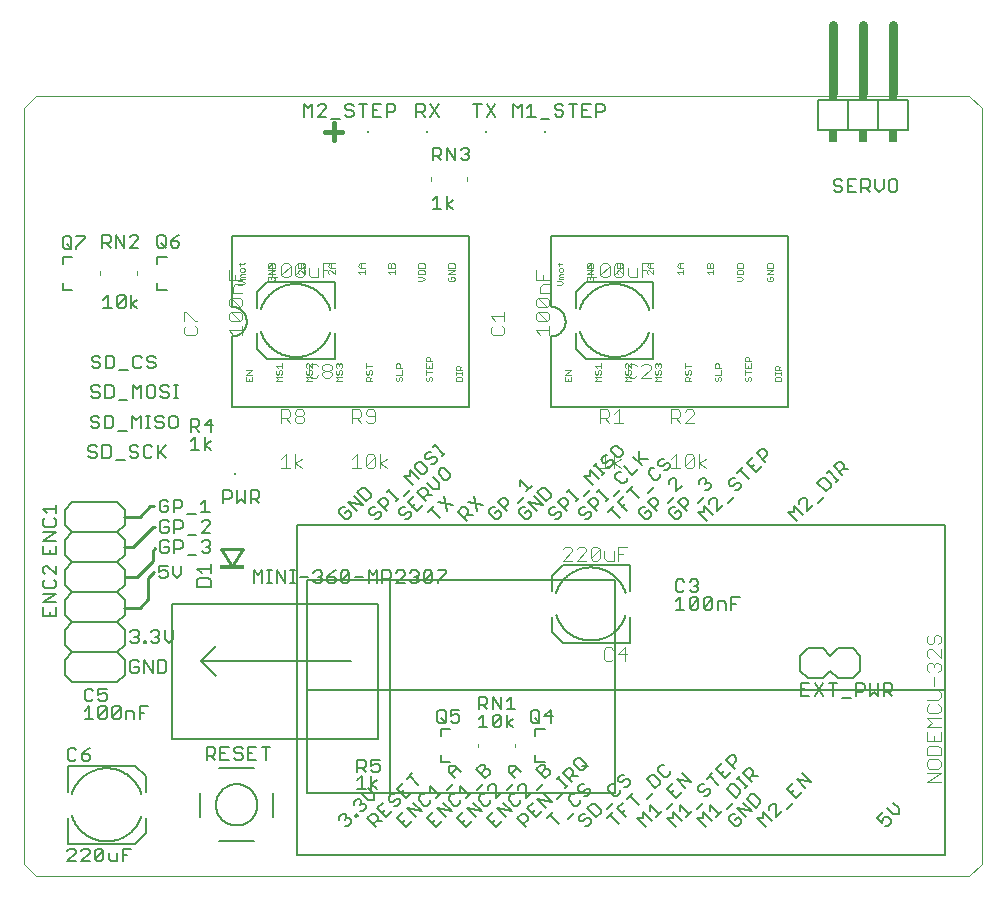
<source format=gto>
G75*
%MOIN*%
%OFA0B0*%
%FSLAX25Y25*%
%IPPOS*%
%LPD*%
%AMOC8*
5,1,8,0,0,1.08239X$1,22.5*
%
%ADD10C,0.00000*%
%ADD11C,0.01500*%
%ADD12C,0.00800*%
%ADD13C,0.01000*%
%ADD14C,0.00500*%
%ADD15C,0.00400*%
%ADD16C,0.00600*%
%ADD17C,0.00200*%
%ADD18R,0.00787X0.00787*%
%ADD19C,0.03000*%
%ADD20R,0.03000X0.02000*%
%ADD21R,0.03000X0.04000*%
%ADD22R,0.08268X0.01181*%
D10*
X0001000Y0004937D02*
X0001000Y0256906D01*
X0004937Y0260843D01*
X0315961Y0260843D01*
X0320409Y0256906D01*
X0320409Y0004937D01*
X0315961Y0001000D01*
X0004937Y0001000D01*
X0001000Y0004937D01*
D11*
X0104192Y0246081D02*
X0104192Y0251753D01*
X0101356Y0248917D02*
X0107028Y0248917D01*
D12*
X0106261Y0253298D02*
X0103459Y0253298D01*
X0101658Y0253998D02*
X0098855Y0253998D01*
X0101658Y0256801D01*
X0101658Y0257501D01*
X0100957Y0258202D01*
X0099556Y0258202D01*
X0098855Y0257501D01*
X0097054Y0258202D02*
X0097054Y0253998D01*
X0094251Y0253998D02*
X0094251Y0258202D01*
X0095652Y0256801D01*
X0097054Y0258202D01*
X0108063Y0257501D02*
X0108063Y0256801D01*
X0108764Y0256100D01*
X0110165Y0256100D01*
X0110865Y0255400D01*
X0110865Y0254699D01*
X0110165Y0253998D01*
X0108764Y0253998D01*
X0108063Y0254699D01*
X0108063Y0257501D02*
X0108764Y0258202D01*
X0110165Y0258202D01*
X0110865Y0257501D01*
X0112667Y0258202D02*
X0115469Y0258202D01*
X0114068Y0258202D02*
X0114068Y0253998D01*
X0117271Y0253998D02*
X0117271Y0258202D01*
X0120073Y0258202D01*
X0121875Y0258202D02*
X0123977Y0258202D01*
X0124677Y0257501D01*
X0124677Y0256100D01*
X0123977Y0255400D01*
X0121875Y0255400D01*
X0121875Y0253998D02*
X0121875Y0258202D01*
X0118672Y0256100D02*
X0117271Y0256100D01*
X0117271Y0253998D02*
X0120073Y0253998D01*
X0131833Y0254038D02*
X0131833Y0258241D01*
X0133935Y0258241D01*
X0134635Y0257541D01*
X0134635Y0256140D01*
X0133935Y0255439D01*
X0131833Y0255439D01*
X0133234Y0255439D02*
X0134635Y0254038D01*
X0136437Y0254038D02*
X0139239Y0258241D01*
X0136437Y0258241D02*
X0139239Y0254038D01*
X0150731Y0258241D02*
X0153533Y0258241D01*
X0152132Y0258241D02*
X0152132Y0254038D01*
X0155335Y0254038D02*
X0158137Y0258241D01*
X0155335Y0258241D02*
X0158137Y0254038D01*
X0164117Y0254038D02*
X0164117Y0258241D01*
X0165518Y0256840D01*
X0166919Y0258241D01*
X0166919Y0254038D01*
X0168720Y0254038D02*
X0171523Y0254038D01*
X0170122Y0254038D02*
X0170122Y0258241D01*
X0168720Y0256840D01*
X0173324Y0253337D02*
X0176127Y0253337D01*
X0177928Y0254738D02*
X0178629Y0254038D01*
X0180030Y0254038D01*
X0180731Y0254738D01*
X0180731Y0255439D01*
X0180030Y0256140D01*
X0178629Y0256140D01*
X0177928Y0256840D01*
X0177928Y0257541D01*
X0178629Y0258241D01*
X0180030Y0258241D01*
X0180731Y0257541D01*
X0182532Y0258241D02*
X0185335Y0258241D01*
X0183933Y0258241D02*
X0183933Y0254038D01*
X0187136Y0254038D02*
X0187136Y0258241D01*
X0189939Y0258241D01*
X0191740Y0258241D02*
X0193842Y0258241D01*
X0194542Y0257541D01*
X0194542Y0256140D01*
X0193842Y0255439D01*
X0191740Y0255439D01*
X0191740Y0254038D02*
X0191740Y0258241D01*
X0188537Y0256140D02*
X0187136Y0256140D01*
X0187136Y0254038D02*
X0189939Y0254038D01*
X0149345Y0242974D02*
X0149345Y0242273D01*
X0148645Y0241573D01*
X0149345Y0240872D01*
X0149345Y0240171D01*
X0148645Y0239471D01*
X0147243Y0239471D01*
X0146543Y0240171D01*
X0144741Y0239471D02*
X0144741Y0243674D01*
X0146543Y0242974D02*
X0147243Y0243674D01*
X0148645Y0243674D01*
X0149345Y0242974D01*
X0148645Y0241573D02*
X0147944Y0241573D01*
X0144741Y0239471D02*
X0141939Y0243674D01*
X0141939Y0239471D01*
X0140137Y0239471D02*
X0138736Y0240872D01*
X0139437Y0240872D02*
X0137335Y0240872D01*
X0137335Y0239471D02*
X0137335Y0243674D01*
X0139437Y0243674D01*
X0140137Y0242974D01*
X0140137Y0241573D01*
X0139437Y0240872D01*
X0138736Y0227493D02*
X0137335Y0226092D01*
X0138736Y0227493D02*
X0138736Y0223290D01*
X0137335Y0223290D02*
X0140137Y0223290D01*
X0141939Y0223290D02*
X0141939Y0227493D01*
X0144041Y0226092D02*
X0141939Y0224691D01*
X0144041Y0223290D01*
X0104543Y0199031D02*
X0104543Y0190370D01*
X0104543Y0181709D02*
X0104543Y0173047D01*
X0082102Y0173047D01*
X0078559Y0176591D01*
X0078559Y0181709D01*
X0078559Y0190370D02*
X0078559Y0195488D01*
X0082102Y0199031D01*
X0104543Y0199031D01*
X0103165Y0182299D02*
X0103071Y0182018D01*
X0102969Y0181739D01*
X0102861Y0181463D01*
X0102746Y0181190D01*
X0102625Y0180919D01*
X0102497Y0180652D01*
X0102362Y0180387D01*
X0102221Y0180126D01*
X0102074Y0179869D01*
X0101921Y0179615D01*
X0101761Y0179365D01*
X0101596Y0179119D01*
X0101424Y0178877D01*
X0101247Y0178640D01*
X0101064Y0178406D01*
X0100875Y0178178D01*
X0100680Y0177953D01*
X0100481Y0177734D01*
X0100276Y0177520D01*
X0100066Y0177311D01*
X0099851Y0177107D01*
X0099630Y0176908D01*
X0099406Y0176714D01*
X0099176Y0176527D01*
X0098942Y0176344D01*
X0098704Y0176168D01*
X0098461Y0175997D01*
X0098215Y0175833D01*
X0097964Y0175674D01*
X0097710Y0175522D01*
X0097451Y0175376D01*
X0097190Y0175236D01*
X0096925Y0175102D01*
X0096657Y0174975D01*
X0096386Y0174855D01*
X0096112Y0174741D01*
X0095836Y0174634D01*
X0095556Y0174534D01*
X0095275Y0174441D01*
X0094991Y0174354D01*
X0094706Y0174275D01*
X0094418Y0174202D01*
X0094129Y0174136D01*
X0093838Y0174078D01*
X0093546Y0174027D01*
X0093253Y0173982D01*
X0092959Y0173945D01*
X0092664Y0173915D01*
X0092368Y0173892D01*
X0092072Y0173877D01*
X0091775Y0173869D01*
X0091479Y0173867D01*
X0091182Y0173874D01*
X0090886Y0173887D01*
X0090590Y0173907D01*
X0090295Y0173935D01*
X0090001Y0173970D01*
X0089707Y0174012D01*
X0089415Y0174062D01*
X0089123Y0174118D01*
X0088834Y0174181D01*
X0088546Y0174252D01*
X0088259Y0174329D01*
X0087975Y0174414D01*
X0087693Y0174505D01*
X0087413Y0174603D01*
X0087136Y0174708D01*
X0086861Y0174820D01*
X0086589Y0174938D01*
X0086320Y0175063D01*
X0086054Y0175195D01*
X0085792Y0175332D01*
X0085533Y0175477D01*
X0085277Y0175627D01*
X0085025Y0175784D01*
X0084777Y0175947D01*
X0084534Y0176115D01*
X0084294Y0176290D01*
X0084059Y0176471D01*
X0083828Y0176657D01*
X0083601Y0176848D01*
X0083380Y0177045D01*
X0083163Y0177248D01*
X0082952Y0177456D01*
X0082745Y0177668D01*
X0082544Y0177886D01*
X0082348Y0178109D01*
X0082157Y0178336D01*
X0081972Y0178568D01*
X0081793Y0178804D01*
X0081620Y0179045D01*
X0081453Y0179290D01*
X0081291Y0179539D01*
X0081136Y0179791D01*
X0080987Y0180048D01*
X0080844Y0180307D01*
X0080707Y0180571D01*
X0080577Y0180837D01*
X0080454Y0181107D01*
X0080337Y0181379D01*
X0080227Y0181655D01*
X0080124Y0181933D01*
X0080027Y0182213D01*
X0079937Y0182496D01*
X0079937Y0189779D02*
X0080031Y0190060D01*
X0080133Y0190339D01*
X0080241Y0190615D01*
X0080356Y0190888D01*
X0080477Y0191159D01*
X0080605Y0191426D01*
X0080740Y0191691D01*
X0080881Y0191952D01*
X0081028Y0192209D01*
X0081181Y0192463D01*
X0081341Y0192713D01*
X0081506Y0192959D01*
X0081678Y0193201D01*
X0081855Y0193438D01*
X0082038Y0193672D01*
X0082227Y0193900D01*
X0082422Y0194125D01*
X0082621Y0194344D01*
X0082826Y0194558D01*
X0083036Y0194767D01*
X0083251Y0194971D01*
X0083472Y0195170D01*
X0083696Y0195364D01*
X0083926Y0195551D01*
X0084160Y0195734D01*
X0084398Y0195910D01*
X0084641Y0196081D01*
X0084887Y0196245D01*
X0085138Y0196404D01*
X0085392Y0196556D01*
X0085651Y0196702D01*
X0085912Y0196842D01*
X0086177Y0196976D01*
X0086445Y0197103D01*
X0086716Y0197223D01*
X0086990Y0197337D01*
X0087266Y0197444D01*
X0087546Y0197544D01*
X0087827Y0197637D01*
X0088111Y0197724D01*
X0088396Y0197803D01*
X0088684Y0197876D01*
X0088973Y0197942D01*
X0089264Y0198000D01*
X0089556Y0198051D01*
X0089849Y0198096D01*
X0090143Y0198133D01*
X0090438Y0198163D01*
X0090734Y0198186D01*
X0091030Y0198201D01*
X0091327Y0198209D01*
X0091623Y0198211D01*
X0091920Y0198204D01*
X0092216Y0198191D01*
X0092512Y0198171D01*
X0092807Y0198143D01*
X0093101Y0198108D01*
X0093395Y0198066D01*
X0093687Y0198016D01*
X0093979Y0197960D01*
X0094268Y0197897D01*
X0094556Y0197826D01*
X0094843Y0197749D01*
X0095127Y0197664D01*
X0095409Y0197573D01*
X0095689Y0197475D01*
X0095966Y0197370D01*
X0096241Y0197258D01*
X0096513Y0197140D01*
X0096782Y0197015D01*
X0097048Y0196883D01*
X0097310Y0196746D01*
X0097569Y0196601D01*
X0097825Y0196451D01*
X0098077Y0196294D01*
X0098325Y0196131D01*
X0098568Y0195963D01*
X0098808Y0195788D01*
X0099043Y0195607D01*
X0099274Y0195421D01*
X0099501Y0195230D01*
X0099722Y0195033D01*
X0099939Y0194830D01*
X0100150Y0194622D01*
X0100357Y0194410D01*
X0100558Y0194192D01*
X0100754Y0193969D01*
X0100945Y0193742D01*
X0101130Y0193510D01*
X0101309Y0193274D01*
X0101482Y0193033D01*
X0101649Y0192788D01*
X0101811Y0192539D01*
X0101966Y0192287D01*
X0102115Y0192030D01*
X0102258Y0191771D01*
X0102395Y0191507D01*
X0102525Y0191241D01*
X0102648Y0190971D01*
X0102765Y0190699D01*
X0102875Y0190423D01*
X0102978Y0190145D01*
X0103075Y0189865D01*
X0103165Y0189582D01*
X0063342Y0153202D02*
X0061240Y0151100D01*
X0064043Y0151100D01*
X0063342Y0148998D02*
X0063342Y0153202D01*
X0059439Y0152501D02*
X0059439Y0151100D01*
X0058738Y0150400D01*
X0056636Y0150400D01*
X0058037Y0150400D02*
X0059439Y0148998D01*
X0058037Y0147178D02*
X0056636Y0145777D01*
X0058037Y0147178D02*
X0058037Y0142975D01*
X0056636Y0142975D02*
X0059439Y0142975D01*
X0061240Y0142975D02*
X0061240Y0147178D01*
X0063342Y0145777D02*
X0061240Y0144376D01*
X0063342Y0142975D01*
X0056636Y0148998D02*
X0056636Y0153202D01*
X0058738Y0153202D01*
X0059439Y0152501D01*
X0052181Y0153564D02*
X0052181Y0150762D01*
X0051480Y0150061D01*
X0050079Y0150061D01*
X0049379Y0150762D01*
X0049379Y0153564D01*
X0050079Y0154265D01*
X0051480Y0154265D01*
X0052181Y0153564D01*
X0047577Y0153564D02*
X0046877Y0154265D01*
X0045475Y0154265D01*
X0044775Y0153564D01*
X0044775Y0152864D01*
X0045475Y0152163D01*
X0046877Y0152163D01*
X0047577Y0151463D01*
X0047577Y0150762D01*
X0046877Y0150061D01*
X0045475Y0150061D01*
X0044775Y0150762D01*
X0043107Y0150061D02*
X0041705Y0150061D01*
X0042406Y0150061D02*
X0042406Y0154265D01*
X0041705Y0154265D02*
X0043107Y0154265D01*
X0039904Y0154265D02*
X0039904Y0150061D01*
X0037102Y0150061D02*
X0037102Y0154265D01*
X0038503Y0152864D01*
X0039904Y0154265D01*
X0040087Y0160250D02*
X0040087Y0164453D01*
X0038686Y0163052D01*
X0037284Y0164453D01*
X0037284Y0160250D01*
X0035483Y0159549D02*
X0032680Y0159549D01*
X0030879Y0160950D02*
X0030879Y0163753D01*
X0030178Y0164453D01*
X0028077Y0164453D01*
X0028077Y0160250D01*
X0030178Y0160250D01*
X0030879Y0160950D01*
X0026275Y0160950D02*
X0025574Y0160250D01*
X0024173Y0160250D01*
X0023473Y0160950D01*
X0024173Y0162352D02*
X0025574Y0162352D01*
X0026275Y0161651D01*
X0026275Y0160950D01*
X0024173Y0162352D02*
X0023473Y0163052D01*
X0023473Y0163753D01*
X0024173Y0164453D01*
X0025574Y0164453D01*
X0026275Y0163753D01*
X0025737Y0170092D02*
X0024336Y0170092D01*
X0023636Y0170793D01*
X0024336Y0172194D02*
X0025737Y0172194D01*
X0026438Y0171494D01*
X0026438Y0170793D01*
X0025737Y0170092D01*
X0028240Y0170092D02*
X0030341Y0170092D01*
X0031042Y0170793D01*
X0031042Y0173595D01*
X0030341Y0174296D01*
X0028240Y0174296D01*
X0028240Y0170092D01*
X0024336Y0172194D02*
X0023636Y0172895D01*
X0023636Y0173595D01*
X0024336Y0174296D01*
X0025737Y0174296D01*
X0026438Y0173595D01*
X0032844Y0169392D02*
X0035646Y0169392D01*
X0037447Y0170793D02*
X0038148Y0170092D01*
X0039549Y0170092D01*
X0040250Y0170793D01*
X0042051Y0170793D02*
X0042752Y0170092D01*
X0044153Y0170092D01*
X0044854Y0170793D01*
X0044854Y0171494D01*
X0044153Y0172194D01*
X0042752Y0172194D01*
X0042051Y0172895D01*
X0042051Y0173595D01*
X0042752Y0174296D01*
X0044153Y0174296D01*
X0044854Y0173595D01*
X0040250Y0173595D02*
X0039549Y0174296D01*
X0038148Y0174296D01*
X0037447Y0173595D01*
X0037447Y0170793D01*
X0042589Y0164453D02*
X0041888Y0163753D01*
X0041888Y0160950D01*
X0042589Y0160250D01*
X0043990Y0160250D01*
X0044691Y0160950D01*
X0044691Y0163753D01*
X0043990Y0164453D01*
X0042589Y0164453D01*
X0046492Y0163753D02*
X0046492Y0163052D01*
X0047193Y0162352D01*
X0048594Y0162352D01*
X0049295Y0161651D01*
X0049295Y0160950D01*
X0048594Y0160250D01*
X0047193Y0160250D01*
X0046492Y0160950D01*
X0046492Y0163753D02*
X0047193Y0164453D01*
X0048594Y0164453D01*
X0049295Y0163753D01*
X0051096Y0164453D02*
X0052497Y0164453D01*
X0051797Y0164453D02*
X0051797Y0160250D01*
X0052497Y0160250D02*
X0051096Y0160250D01*
X0048324Y0144422D02*
X0045522Y0141620D01*
X0046223Y0142321D02*
X0048324Y0140219D01*
X0045522Y0140219D02*
X0045522Y0144422D01*
X0043720Y0143722D02*
X0043020Y0144422D01*
X0041619Y0144422D01*
X0040918Y0143722D01*
X0040918Y0140919D01*
X0041619Y0140219D01*
X0043020Y0140219D01*
X0043720Y0140919D01*
X0039117Y0140919D02*
X0038416Y0140219D01*
X0037015Y0140219D01*
X0036314Y0140919D01*
X0037015Y0142321D02*
X0038416Y0142321D01*
X0039117Y0141620D01*
X0039117Y0140919D01*
X0037015Y0142321D02*
X0036314Y0143021D01*
X0036314Y0143722D01*
X0037015Y0144422D01*
X0038416Y0144422D01*
X0039117Y0143722D01*
X0034513Y0139518D02*
X0031710Y0139518D01*
X0029909Y0140919D02*
X0029909Y0143722D01*
X0029208Y0144422D01*
X0027106Y0144422D01*
X0027106Y0140219D01*
X0029208Y0140219D01*
X0029909Y0140919D01*
X0025305Y0140919D02*
X0024604Y0140219D01*
X0023203Y0140219D01*
X0022502Y0140919D01*
X0023203Y0142321D02*
X0024604Y0142321D01*
X0025305Y0141620D01*
X0025305Y0140919D01*
X0023203Y0142321D02*
X0022502Y0143021D01*
X0022502Y0143722D01*
X0023203Y0144422D01*
X0024604Y0144422D01*
X0025305Y0143722D01*
X0025392Y0150061D02*
X0023990Y0150061D01*
X0023290Y0150762D01*
X0023990Y0152163D02*
X0025392Y0152163D01*
X0026092Y0151463D01*
X0026092Y0150762D01*
X0025392Y0150061D01*
X0027894Y0150061D02*
X0027894Y0154265D01*
X0029995Y0154265D01*
X0030696Y0153564D01*
X0030696Y0150762D01*
X0029995Y0150061D01*
X0027894Y0150061D01*
X0026092Y0153564D02*
X0025392Y0154265D01*
X0023990Y0154265D01*
X0023290Y0153564D01*
X0023290Y0152864D01*
X0023990Y0152163D01*
X0032498Y0149361D02*
X0035300Y0149361D01*
X0046982Y0126312D02*
X0046282Y0125612D01*
X0046282Y0122809D01*
X0046982Y0122109D01*
X0048384Y0122109D01*
X0049084Y0122809D01*
X0049084Y0124210D01*
X0047683Y0124210D01*
X0049084Y0125612D02*
X0048384Y0126312D01*
X0046982Y0126312D01*
X0050886Y0126312D02*
X0050886Y0122109D01*
X0050886Y0123510D02*
X0052988Y0123510D01*
X0053688Y0124210D01*
X0053688Y0125612D01*
X0052988Y0126312D01*
X0050886Y0126312D01*
X0055490Y0121408D02*
X0058292Y0121408D01*
X0060094Y0122109D02*
X0062896Y0122109D01*
X0061495Y0122109D02*
X0061495Y0126312D01*
X0060094Y0124911D01*
X0060952Y0119462D02*
X0060251Y0118761D01*
X0060952Y0119462D02*
X0062353Y0119462D01*
X0063054Y0118761D01*
X0063054Y0118061D01*
X0060251Y0115258D01*
X0063054Y0115258D01*
X0062353Y0112769D02*
X0060952Y0112769D01*
X0060251Y0112068D01*
X0061652Y0110667D02*
X0062353Y0110667D01*
X0063054Y0109967D01*
X0063054Y0109266D01*
X0062353Y0108565D01*
X0060952Y0108565D01*
X0060251Y0109266D01*
X0058450Y0107865D02*
X0055647Y0107865D01*
X0053145Y0109967D02*
X0051043Y0109967D01*
X0051043Y0108565D02*
X0051043Y0112769D01*
X0053145Y0112769D01*
X0053846Y0112068D01*
X0053846Y0110667D01*
X0053145Y0109967D01*
X0049242Y0110667D02*
X0047841Y0110667D01*
X0049242Y0110667D02*
X0049242Y0109266D01*
X0048541Y0108565D01*
X0047140Y0108565D01*
X0046439Y0109266D01*
X0046439Y0112068D01*
X0047140Y0112769D01*
X0048541Y0112769D01*
X0049242Y0112068D01*
X0048541Y0115258D02*
X0047140Y0115258D01*
X0046439Y0115959D01*
X0046439Y0118761D01*
X0047140Y0119462D01*
X0048541Y0119462D01*
X0049242Y0118761D01*
X0049242Y0117360D02*
X0047841Y0117360D01*
X0049242Y0117360D02*
X0049242Y0115959D01*
X0048541Y0115258D01*
X0051043Y0115258D02*
X0051043Y0119462D01*
X0053145Y0119462D01*
X0053846Y0118761D01*
X0053846Y0117360D01*
X0053145Y0116659D01*
X0051043Y0116659D01*
X0055647Y0114558D02*
X0058450Y0114558D01*
X0062353Y0112769D02*
X0063054Y0112068D01*
X0063054Y0111368D01*
X0062353Y0110667D01*
X0053452Y0104344D02*
X0053452Y0101541D01*
X0052051Y0100140D01*
X0050650Y0101541D01*
X0050650Y0104344D01*
X0048848Y0104344D02*
X0046046Y0104344D01*
X0046046Y0102242D01*
X0047447Y0102943D01*
X0048147Y0102943D01*
X0048848Y0102242D01*
X0048848Y0100841D01*
X0048147Y0100140D01*
X0046746Y0100140D01*
X0046046Y0100841D01*
X0045447Y0082769D02*
X0044046Y0082769D01*
X0043345Y0082068D01*
X0044746Y0080667D02*
X0045447Y0080667D01*
X0046148Y0079967D01*
X0046148Y0079266D01*
X0045447Y0078565D01*
X0044046Y0078565D01*
X0043345Y0079266D01*
X0041744Y0079266D02*
X0041744Y0078565D01*
X0041043Y0078565D01*
X0041043Y0079266D01*
X0041744Y0079266D01*
X0039242Y0079266D02*
X0038541Y0078565D01*
X0037140Y0078565D01*
X0036439Y0079266D01*
X0037841Y0080667D02*
X0038541Y0080667D01*
X0039242Y0079967D01*
X0039242Y0079266D01*
X0038541Y0080667D02*
X0039242Y0081368D01*
X0039242Y0082068D01*
X0038541Y0082769D01*
X0037140Y0082769D01*
X0036439Y0082068D01*
X0045447Y0082769D02*
X0046148Y0082068D01*
X0046148Y0081368D01*
X0045447Y0080667D01*
X0047949Y0079967D02*
X0047949Y0082769D01*
X0047949Y0079967D02*
X0049350Y0078565D01*
X0050752Y0079967D01*
X0050752Y0082769D01*
X0047749Y0072769D02*
X0045647Y0072769D01*
X0045647Y0068565D01*
X0047749Y0068565D01*
X0048450Y0069266D01*
X0048450Y0072068D01*
X0047749Y0072769D01*
X0043846Y0072769D02*
X0043846Y0068565D01*
X0041043Y0072769D01*
X0041043Y0068565D01*
X0039242Y0069266D02*
X0039242Y0070667D01*
X0037841Y0070667D01*
X0039242Y0069266D02*
X0038541Y0068565D01*
X0037140Y0068565D01*
X0036439Y0069266D01*
X0036439Y0072068D01*
X0037140Y0072769D01*
X0038541Y0072769D01*
X0039242Y0072068D01*
X0028609Y0063359D02*
X0025807Y0063359D01*
X0025807Y0061258D01*
X0027208Y0061958D01*
X0027909Y0061958D01*
X0028609Y0061258D01*
X0028609Y0059856D01*
X0027909Y0059156D01*
X0026508Y0059156D01*
X0025807Y0059856D01*
X0024006Y0059856D02*
X0023305Y0059156D01*
X0021904Y0059156D01*
X0021203Y0059856D01*
X0021203Y0062659D01*
X0021904Y0063359D01*
X0023305Y0063359D01*
X0024006Y0062659D01*
X0022604Y0057415D02*
X0021203Y0056013D01*
X0022604Y0057415D02*
X0022604Y0053211D01*
X0021203Y0053211D02*
X0024006Y0053211D01*
X0025807Y0053912D02*
X0028609Y0056714D01*
X0028609Y0053912D01*
X0027909Y0053211D01*
X0026508Y0053211D01*
X0025807Y0053912D01*
X0025807Y0056714D01*
X0026508Y0057415D01*
X0027909Y0057415D01*
X0028609Y0056714D01*
X0030411Y0056714D02*
X0030411Y0053912D01*
X0033213Y0056714D01*
X0033213Y0053912D01*
X0032513Y0053211D01*
X0031112Y0053211D01*
X0030411Y0053912D01*
X0030411Y0056714D02*
X0031112Y0057415D01*
X0032513Y0057415D01*
X0033213Y0056714D01*
X0035015Y0056013D02*
X0037117Y0056013D01*
X0037817Y0055313D01*
X0037817Y0053211D01*
X0039619Y0053211D02*
X0039619Y0057415D01*
X0042421Y0057415D01*
X0041020Y0055313D02*
X0039619Y0055313D01*
X0035015Y0056013D02*
X0035015Y0053211D01*
X0023019Y0043517D02*
X0021618Y0042816D01*
X0020217Y0041415D01*
X0022318Y0041415D01*
X0023019Y0040715D01*
X0023019Y0040014D01*
X0022318Y0039313D01*
X0020917Y0039313D01*
X0020217Y0040014D01*
X0020217Y0041415D01*
X0018415Y0040014D02*
X0017714Y0039313D01*
X0016313Y0039313D01*
X0015613Y0040014D01*
X0015613Y0042816D01*
X0016313Y0043517D01*
X0017714Y0043517D01*
X0018415Y0042816D01*
X0015567Y0037614D02*
X0038008Y0037614D01*
X0041551Y0034071D01*
X0041551Y0028953D01*
X0041551Y0020291D02*
X0041551Y0015173D01*
X0038008Y0011630D01*
X0015567Y0011630D01*
X0015567Y0020291D01*
X0015567Y0028953D02*
X0015567Y0037614D01*
X0016945Y0028362D02*
X0017039Y0028643D01*
X0017141Y0028922D01*
X0017249Y0029198D01*
X0017364Y0029471D01*
X0017485Y0029742D01*
X0017613Y0030009D01*
X0017748Y0030274D01*
X0017889Y0030535D01*
X0018036Y0030792D01*
X0018189Y0031046D01*
X0018349Y0031296D01*
X0018514Y0031542D01*
X0018686Y0031784D01*
X0018863Y0032021D01*
X0019046Y0032255D01*
X0019235Y0032483D01*
X0019430Y0032708D01*
X0019629Y0032927D01*
X0019834Y0033141D01*
X0020044Y0033350D01*
X0020259Y0033554D01*
X0020480Y0033753D01*
X0020704Y0033947D01*
X0020934Y0034134D01*
X0021168Y0034317D01*
X0021406Y0034493D01*
X0021649Y0034664D01*
X0021895Y0034828D01*
X0022146Y0034987D01*
X0022400Y0035139D01*
X0022659Y0035285D01*
X0022920Y0035425D01*
X0023185Y0035559D01*
X0023453Y0035686D01*
X0023724Y0035806D01*
X0023998Y0035920D01*
X0024274Y0036027D01*
X0024554Y0036127D01*
X0024835Y0036220D01*
X0025119Y0036307D01*
X0025404Y0036386D01*
X0025692Y0036459D01*
X0025981Y0036525D01*
X0026272Y0036583D01*
X0026564Y0036634D01*
X0026857Y0036679D01*
X0027151Y0036716D01*
X0027446Y0036746D01*
X0027742Y0036769D01*
X0028038Y0036784D01*
X0028335Y0036792D01*
X0028631Y0036794D01*
X0028928Y0036787D01*
X0029224Y0036774D01*
X0029520Y0036754D01*
X0029815Y0036726D01*
X0030109Y0036691D01*
X0030403Y0036649D01*
X0030695Y0036599D01*
X0030987Y0036543D01*
X0031276Y0036480D01*
X0031564Y0036409D01*
X0031851Y0036332D01*
X0032135Y0036247D01*
X0032417Y0036156D01*
X0032697Y0036058D01*
X0032974Y0035953D01*
X0033249Y0035841D01*
X0033521Y0035723D01*
X0033790Y0035598D01*
X0034056Y0035466D01*
X0034318Y0035329D01*
X0034577Y0035184D01*
X0034833Y0035034D01*
X0035085Y0034877D01*
X0035333Y0034714D01*
X0035576Y0034546D01*
X0035816Y0034371D01*
X0036051Y0034190D01*
X0036282Y0034004D01*
X0036509Y0033813D01*
X0036730Y0033616D01*
X0036947Y0033413D01*
X0037158Y0033205D01*
X0037365Y0032993D01*
X0037566Y0032775D01*
X0037762Y0032552D01*
X0037953Y0032325D01*
X0038138Y0032093D01*
X0038317Y0031857D01*
X0038490Y0031616D01*
X0038657Y0031371D01*
X0038819Y0031122D01*
X0038974Y0030870D01*
X0039123Y0030613D01*
X0039266Y0030354D01*
X0039403Y0030090D01*
X0039533Y0029824D01*
X0039656Y0029554D01*
X0039773Y0029282D01*
X0039883Y0029006D01*
X0039986Y0028728D01*
X0040083Y0028448D01*
X0040173Y0028165D01*
X0040173Y0020882D02*
X0040079Y0020601D01*
X0039977Y0020322D01*
X0039869Y0020046D01*
X0039754Y0019773D01*
X0039633Y0019502D01*
X0039505Y0019235D01*
X0039370Y0018970D01*
X0039229Y0018709D01*
X0039082Y0018452D01*
X0038929Y0018198D01*
X0038769Y0017948D01*
X0038604Y0017702D01*
X0038432Y0017460D01*
X0038255Y0017223D01*
X0038072Y0016989D01*
X0037883Y0016761D01*
X0037688Y0016536D01*
X0037489Y0016317D01*
X0037284Y0016103D01*
X0037074Y0015894D01*
X0036859Y0015690D01*
X0036638Y0015491D01*
X0036414Y0015297D01*
X0036184Y0015110D01*
X0035950Y0014927D01*
X0035712Y0014751D01*
X0035469Y0014580D01*
X0035223Y0014416D01*
X0034972Y0014257D01*
X0034718Y0014105D01*
X0034459Y0013959D01*
X0034198Y0013819D01*
X0033933Y0013685D01*
X0033665Y0013558D01*
X0033394Y0013438D01*
X0033120Y0013324D01*
X0032844Y0013217D01*
X0032564Y0013117D01*
X0032283Y0013024D01*
X0031999Y0012937D01*
X0031714Y0012858D01*
X0031426Y0012785D01*
X0031137Y0012719D01*
X0030846Y0012661D01*
X0030554Y0012610D01*
X0030261Y0012565D01*
X0029967Y0012528D01*
X0029672Y0012498D01*
X0029376Y0012475D01*
X0029080Y0012460D01*
X0028783Y0012452D01*
X0028487Y0012450D01*
X0028190Y0012457D01*
X0027894Y0012470D01*
X0027598Y0012490D01*
X0027303Y0012518D01*
X0027009Y0012553D01*
X0026715Y0012595D01*
X0026423Y0012645D01*
X0026131Y0012701D01*
X0025842Y0012764D01*
X0025554Y0012835D01*
X0025267Y0012912D01*
X0024983Y0012997D01*
X0024701Y0013088D01*
X0024421Y0013186D01*
X0024144Y0013291D01*
X0023869Y0013403D01*
X0023597Y0013521D01*
X0023328Y0013646D01*
X0023062Y0013778D01*
X0022800Y0013915D01*
X0022541Y0014060D01*
X0022285Y0014210D01*
X0022033Y0014367D01*
X0021785Y0014530D01*
X0021542Y0014698D01*
X0021302Y0014873D01*
X0021067Y0015054D01*
X0020836Y0015240D01*
X0020609Y0015431D01*
X0020388Y0015628D01*
X0020171Y0015831D01*
X0019960Y0016039D01*
X0019753Y0016251D01*
X0019552Y0016469D01*
X0019356Y0016692D01*
X0019165Y0016919D01*
X0018980Y0017151D01*
X0018801Y0017387D01*
X0018628Y0017628D01*
X0018461Y0017873D01*
X0018299Y0018122D01*
X0018144Y0018374D01*
X0017995Y0018631D01*
X0017852Y0018890D01*
X0017715Y0019154D01*
X0017585Y0019420D01*
X0017462Y0019690D01*
X0017345Y0019962D01*
X0017235Y0020238D01*
X0017132Y0020516D01*
X0017035Y0020796D01*
X0016945Y0021079D01*
X0017577Y0009993D02*
X0016175Y0009993D01*
X0015475Y0009293D01*
X0017577Y0009993D02*
X0018277Y0009293D01*
X0018277Y0008592D01*
X0015475Y0005790D01*
X0018277Y0005790D01*
X0020079Y0005790D02*
X0022881Y0008592D01*
X0022881Y0009293D01*
X0022181Y0009993D01*
X0020779Y0009993D01*
X0020079Y0009293D01*
X0024683Y0009293D02*
X0024683Y0006490D01*
X0027485Y0009293D01*
X0027485Y0006490D01*
X0026784Y0005790D01*
X0025383Y0005790D01*
X0024683Y0006490D01*
X0022881Y0005790D02*
X0020079Y0005790D01*
X0024683Y0009293D02*
X0025383Y0009993D01*
X0026784Y0009993D01*
X0027485Y0009293D01*
X0029287Y0008592D02*
X0029287Y0006490D01*
X0029987Y0005790D01*
X0032089Y0005790D01*
X0032089Y0008592D01*
X0033891Y0007892D02*
X0035292Y0007892D01*
X0033891Y0009993D02*
X0036693Y0009993D01*
X0033891Y0009993D02*
X0033891Y0005790D01*
X0059661Y0020685D02*
X0059661Y0028559D01*
X0065961Y0036827D02*
X0077772Y0036827D01*
X0078487Y0039628D02*
X0075684Y0039628D01*
X0075684Y0043832D01*
X0078487Y0043832D01*
X0080288Y0043832D02*
X0083091Y0043832D01*
X0081689Y0043832D02*
X0081689Y0039628D01*
X0077085Y0041730D02*
X0075684Y0041730D01*
X0073883Y0041030D02*
X0073883Y0040329D01*
X0073182Y0039628D01*
X0071781Y0039628D01*
X0071080Y0040329D01*
X0071781Y0041730D02*
X0073182Y0041730D01*
X0073883Y0041030D01*
X0073883Y0043131D02*
X0073182Y0043832D01*
X0071781Y0043832D01*
X0071080Y0043131D01*
X0071080Y0042431D01*
X0071781Y0041730D01*
X0069279Y0039628D02*
X0066476Y0039628D01*
X0066476Y0043832D01*
X0069279Y0043832D01*
X0067878Y0041730D02*
X0066476Y0041730D01*
X0064675Y0041730D02*
X0063974Y0041030D01*
X0061872Y0041030D01*
X0063274Y0041030D02*
X0064675Y0039628D01*
X0064675Y0041730D02*
X0064675Y0043131D01*
X0063974Y0043832D01*
X0061872Y0043832D01*
X0061872Y0039628D01*
X0064976Y0024622D02*
X0064978Y0024791D01*
X0064984Y0024960D01*
X0064995Y0025129D01*
X0065009Y0025297D01*
X0065028Y0025465D01*
X0065051Y0025633D01*
X0065077Y0025800D01*
X0065108Y0025966D01*
X0065143Y0026132D01*
X0065182Y0026296D01*
X0065226Y0026460D01*
X0065273Y0026622D01*
X0065324Y0026783D01*
X0065379Y0026943D01*
X0065438Y0027102D01*
X0065500Y0027259D01*
X0065567Y0027414D01*
X0065638Y0027568D01*
X0065712Y0027720D01*
X0065790Y0027870D01*
X0065871Y0028018D01*
X0065956Y0028164D01*
X0066045Y0028308D01*
X0066137Y0028450D01*
X0066233Y0028589D01*
X0066332Y0028726D01*
X0066434Y0028861D01*
X0066540Y0028993D01*
X0066649Y0029122D01*
X0066761Y0029249D01*
X0066876Y0029373D01*
X0066994Y0029494D01*
X0067115Y0029612D01*
X0067239Y0029727D01*
X0067366Y0029839D01*
X0067495Y0029948D01*
X0067627Y0030054D01*
X0067762Y0030156D01*
X0067899Y0030255D01*
X0068038Y0030351D01*
X0068180Y0030443D01*
X0068324Y0030532D01*
X0068470Y0030617D01*
X0068618Y0030698D01*
X0068768Y0030776D01*
X0068920Y0030850D01*
X0069074Y0030921D01*
X0069229Y0030988D01*
X0069386Y0031050D01*
X0069545Y0031109D01*
X0069705Y0031164D01*
X0069866Y0031215D01*
X0070028Y0031262D01*
X0070192Y0031306D01*
X0070356Y0031345D01*
X0070522Y0031380D01*
X0070688Y0031411D01*
X0070855Y0031437D01*
X0071023Y0031460D01*
X0071191Y0031479D01*
X0071359Y0031493D01*
X0071528Y0031504D01*
X0071697Y0031510D01*
X0071866Y0031512D01*
X0072035Y0031510D01*
X0072204Y0031504D01*
X0072373Y0031493D01*
X0072541Y0031479D01*
X0072709Y0031460D01*
X0072877Y0031437D01*
X0073044Y0031411D01*
X0073210Y0031380D01*
X0073376Y0031345D01*
X0073540Y0031306D01*
X0073704Y0031262D01*
X0073866Y0031215D01*
X0074027Y0031164D01*
X0074187Y0031109D01*
X0074346Y0031050D01*
X0074503Y0030988D01*
X0074658Y0030921D01*
X0074812Y0030850D01*
X0074964Y0030776D01*
X0075114Y0030698D01*
X0075262Y0030617D01*
X0075408Y0030532D01*
X0075552Y0030443D01*
X0075694Y0030351D01*
X0075833Y0030255D01*
X0075970Y0030156D01*
X0076105Y0030054D01*
X0076237Y0029948D01*
X0076366Y0029839D01*
X0076493Y0029727D01*
X0076617Y0029612D01*
X0076738Y0029494D01*
X0076856Y0029373D01*
X0076971Y0029249D01*
X0077083Y0029122D01*
X0077192Y0028993D01*
X0077298Y0028861D01*
X0077400Y0028726D01*
X0077499Y0028589D01*
X0077595Y0028450D01*
X0077687Y0028308D01*
X0077776Y0028164D01*
X0077861Y0028018D01*
X0077942Y0027870D01*
X0078020Y0027720D01*
X0078094Y0027568D01*
X0078165Y0027414D01*
X0078232Y0027259D01*
X0078294Y0027102D01*
X0078353Y0026943D01*
X0078408Y0026783D01*
X0078459Y0026622D01*
X0078506Y0026460D01*
X0078550Y0026296D01*
X0078589Y0026132D01*
X0078624Y0025966D01*
X0078655Y0025800D01*
X0078681Y0025633D01*
X0078704Y0025465D01*
X0078723Y0025297D01*
X0078737Y0025129D01*
X0078748Y0024960D01*
X0078754Y0024791D01*
X0078756Y0024622D01*
X0078754Y0024453D01*
X0078748Y0024284D01*
X0078737Y0024115D01*
X0078723Y0023947D01*
X0078704Y0023779D01*
X0078681Y0023611D01*
X0078655Y0023444D01*
X0078624Y0023278D01*
X0078589Y0023112D01*
X0078550Y0022948D01*
X0078506Y0022784D01*
X0078459Y0022622D01*
X0078408Y0022461D01*
X0078353Y0022301D01*
X0078294Y0022142D01*
X0078232Y0021985D01*
X0078165Y0021830D01*
X0078094Y0021676D01*
X0078020Y0021524D01*
X0077942Y0021374D01*
X0077861Y0021226D01*
X0077776Y0021080D01*
X0077687Y0020936D01*
X0077595Y0020794D01*
X0077499Y0020655D01*
X0077400Y0020518D01*
X0077298Y0020383D01*
X0077192Y0020251D01*
X0077083Y0020122D01*
X0076971Y0019995D01*
X0076856Y0019871D01*
X0076738Y0019750D01*
X0076617Y0019632D01*
X0076493Y0019517D01*
X0076366Y0019405D01*
X0076237Y0019296D01*
X0076105Y0019190D01*
X0075970Y0019088D01*
X0075833Y0018989D01*
X0075694Y0018893D01*
X0075552Y0018801D01*
X0075408Y0018712D01*
X0075262Y0018627D01*
X0075114Y0018546D01*
X0074964Y0018468D01*
X0074812Y0018394D01*
X0074658Y0018323D01*
X0074503Y0018256D01*
X0074346Y0018194D01*
X0074187Y0018135D01*
X0074027Y0018080D01*
X0073866Y0018029D01*
X0073704Y0017982D01*
X0073540Y0017938D01*
X0073376Y0017899D01*
X0073210Y0017864D01*
X0073044Y0017833D01*
X0072877Y0017807D01*
X0072709Y0017784D01*
X0072541Y0017765D01*
X0072373Y0017751D01*
X0072204Y0017740D01*
X0072035Y0017734D01*
X0071866Y0017732D01*
X0071697Y0017734D01*
X0071528Y0017740D01*
X0071359Y0017751D01*
X0071191Y0017765D01*
X0071023Y0017784D01*
X0070855Y0017807D01*
X0070688Y0017833D01*
X0070522Y0017864D01*
X0070356Y0017899D01*
X0070192Y0017938D01*
X0070028Y0017982D01*
X0069866Y0018029D01*
X0069705Y0018080D01*
X0069545Y0018135D01*
X0069386Y0018194D01*
X0069229Y0018256D01*
X0069074Y0018323D01*
X0068920Y0018394D01*
X0068768Y0018468D01*
X0068618Y0018546D01*
X0068470Y0018627D01*
X0068324Y0018712D01*
X0068180Y0018801D01*
X0068038Y0018893D01*
X0067899Y0018989D01*
X0067762Y0019088D01*
X0067627Y0019190D01*
X0067495Y0019296D01*
X0067366Y0019405D01*
X0067239Y0019517D01*
X0067115Y0019632D01*
X0066994Y0019750D01*
X0066876Y0019871D01*
X0066761Y0019995D01*
X0066649Y0020122D01*
X0066540Y0020251D01*
X0066434Y0020383D01*
X0066332Y0020518D01*
X0066233Y0020655D01*
X0066137Y0020794D01*
X0066045Y0020936D01*
X0065956Y0021080D01*
X0065871Y0021226D01*
X0065790Y0021374D01*
X0065712Y0021524D01*
X0065638Y0021676D01*
X0065567Y0021830D01*
X0065500Y0021985D01*
X0065438Y0022142D01*
X0065379Y0022301D01*
X0065324Y0022461D01*
X0065273Y0022622D01*
X0065226Y0022784D01*
X0065182Y0022948D01*
X0065143Y0023112D01*
X0065108Y0023278D01*
X0065077Y0023444D01*
X0065051Y0023611D01*
X0065028Y0023779D01*
X0065009Y0023947D01*
X0064995Y0024115D01*
X0064984Y0024284D01*
X0064978Y0024453D01*
X0064976Y0024622D01*
X0065961Y0012417D02*
X0077772Y0012417D01*
X0084071Y0020685D02*
X0084071Y0028559D01*
X0106003Y0020624D02*
X0106994Y0021615D01*
X0107985Y0021615D01*
X0108480Y0021119D01*
X0108480Y0020129D01*
X0109471Y0020129D01*
X0109966Y0019633D01*
X0109966Y0018642D01*
X0108976Y0017652D01*
X0107985Y0017652D01*
X0107985Y0019633D02*
X0108480Y0020129D01*
X0106003Y0020624D02*
X0106003Y0019633D01*
X0111240Y0020907D02*
X0111736Y0021402D01*
X0112231Y0020907D01*
X0111736Y0020412D01*
X0111240Y0020907D01*
X0112868Y0022535D02*
X0113859Y0022535D01*
X0114850Y0023526D01*
X0114850Y0024516D01*
X0114354Y0025012D01*
X0113363Y0025012D01*
X0112868Y0024516D01*
X0113363Y0025012D02*
X0113363Y0026003D01*
X0112868Y0026498D01*
X0111877Y0026498D01*
X0110886Y0025507D01*
X0110887Y0024516D01*
X0113647Y0028267D02*
X0115628Y0026286D01*
X0117610Y0026286D01*
X0117610Y0028267D01*
X0115628Y0030249D01*
X0114935Y0030022D02*
X0112133Y0030022D01*
X0113534Y0030022D02*
X0113534Y0034226D01*
X0112133Y0032824D01*
X0112153Y0035494D02*
X0112153Y0039698D01*
X0114255Y0039698D01*
X0114955Y0038997D01*
X0114955Y0037596D01*
X0114255Y0036896D01*
X0112153Y0036896D01*
X0113554Y0036896D02*
X0114955Y0035494D01*
X0116757Y0036195D02*
X0117457Y0035494D01*
X0118858Y0035494D01*
X0119559Y0036195D01*
X0119559Y0037596D01*
X0118858Y0038297D01*
X0118158Y0038297D01*
X0116757Y0037596D01*
X0116757Y0039698D01*
X0119559Y0039698D01*
X0116737Y0034226D02*
X0116737Y0030022D01*
X0116737Y0031423D02*
X0118838Y0030022D01*
X0116737Y0031423D02*
X0118838Y0032824D01*
X0123505Y0028126D02*
X0122514Y0027135D01*
X0122514Y0026144D01*
X0123010Y0025649D01*
X0124000Y0025649D01*
X0124991Y0026640D01*
X0125982Y0026640D01*
X0126477Y0026144D01*
X0126477Y0025153D01*
X0125487Y0024163D01*
X0124496Y0024163D01*
X0123717Y0022393D02*
X0121736Y0020412D01*
X0118763Y0023384D01*
X0120745Y0025366D01*
X0121240Y0022889D02*
X0120250Y0021898D01*
X0118976Y0020624D02*
X0117985Y0021615D01*
X0116994Y0021615D01*
X0115508Y0020129D01*
X0118480Y0017156D01*
X0117490Y0018147D02*
X0118976Y0019633D01*
X0118976Y0020624D01*
X0118480Y0019138D02*
X0120462Y0019138D01*
X0125508Y0020129D02*
X0128480Y0017156D01*
X0130462Y0019138D01*
X0131736Y0020412D02*
X0128763Y0023384D01*
X0133717Y0022393D01*
X0130745Y0025366D01*
X0132514Y0026144D02*
X0134496Y0024163D01*
X0135487Y0024163D01*
X0136477Y0025153D01*
X0136477Y0026144D01*
X0138247Y0026923D02*
X0140228Y0028904D01*
X0139237Y0027913D02*
X0136265Y0030886D01*
X0136265Y0028904D01*
X0134496Y0028126D02*
X0133505Y0028126D01*
X0132514Y0027135D01*
X0132514Y0026144D01*
X0130228Y0028904D02*
X0128247Y0026923D01*
X0125274Y0029895D01*
X0127256Y0031877D01*
X0128530Y0033150D02*
X0130511Y0035132D01*
X0129521Y0034141D02*
X0132493Y0031169D01*
X0127751Y0029400D02*
X0126761Y0028409D01*
X0124496Y0028126D02*
X0123505Y0028126D01*
X0127490Y0022110D02*
X0125508Y0020129D01*
X0126994Y0018642D02*
X0127985Y0019633D01*
X0135508Y0020129D02*
X0138480Y0017156D01*
X0140462Y0019138D01*
X0141736Y0020412D02*
X0138763Y0023384D01*
X0143717Y0022393D01*
X0140745Y0025366D01*
X0142514Y0026144D02*
X0144496Y0024163D01*
X0145487Y0024163D01*
X0146477Y0025153D01*
X0146477Y0026144D01*
X0148247Y0026923D02*
X0150228Y0028904D01*
X0149237Y0027913D02*
X0146265Y0030886D01*
X0146265Y0028904D01*
X0144496Y0028126D02*
X0143505Y0028126D01*
X0142514Y0027135D01*
X0142514Y0026144D01*
X0141998Y0029683D02*
X0143979Y0031664D01*
X0144758Y0033434D02*
X0142776Y0035415D01*
X0142776Y0037397D01*
X0144758Y0037397D01*
X0146739Y0035415D01*
X0145253Y0036901D02*
X0143271Y0034920D01*
X0143126Y0038795D02*
X0139976Y0038795D01*
X0139976Y0041157D01*
X0139976Y0047457D02*
X0139976Y0049819D01*
X0143126Y0049819D01*
X0144054Y0051998D02*
X0143353Y0052699D01*
X0144054Y0051998D02*
X0145455Y0051998D01*
X0146156Y0052699D01*
X0146156Y0054100D01*
X0145455Y0054801D01*
X0144754Y0054801D01*
X0143353Y0054100D01*
X0143353Y0056202D01*
X0146156Y0056202D01*
X0141552Y0055501D02*
X0141552Y0052699D01*
X0140851Y0051998D01*
X0139450Y0051998D01*
X0138749Y0052699D01*
X0138749Y0055501D01*
X0139450Y0056202D01*
X0140851Y0056202D01*
X0141552Y0055501D01*
X0140150Y0053400D02*
X0141552Y0051998D01*
X0152689Y0053258D02*
X0154091Y0054659D01*
X0154091Y0050455D01*
X0155492Y0050455D02*
X0152689Y0050455D01*
X0157293Y0051156D02*
X0157293Y0053958D01*
X0157994Y0054659D01*
X0159395Y0054659D01*
X0160096Y0053958D01*
X0157293Y0051156D01*
X0157994Y0050455D01*
X0159395Y0050455D01*
X0160096Y0051156D01*
X0160096Y0053958D01*
X0161897Y0054659D02*
X0161897Y0050455D01*
X0161897Y0051856D02*
X0163999Y0053258D01*
X0161897Y0051856D02*
X0163999Y0050455D01*
X0169852Y0052699D02*
X0170552Y0051998D01*
X0171953Y0051998D01*
X0172654Y0052699D01*
X0172654Y0055501D01*
X0171953Y0056202D01*
X0170552Y0056202D01*
X0169852Y0055501D01*
X0169852Y0052699D01*
X0171253Y0053400D02*
X0172654Y0051998D01*
X0171472Y0049819D02*
X0174622Y0049819D01*
X0176557Y0051998D02*
X0176557Y0056202D01*
X0174456Y0054100D01*
X0177258Y0054100D01*
X0171472Y0049819D02*
X0171472Y0047457D01*
X0171472Y0041157D02*
X0171472Y0038795D01*
X0174622Y0038795D01*
X0174262Y0037892D02*
X0174758Y0037397D01*
X0174758Y0036406D01*
X0173271Y0034920D01*
X0171785Y0036406D02*
X0173271Y0037892D01*
X0174262Y0037892D01*
X0174758Y0036406D02*
X0175748Y0036406D01*
X0176244Y0035911D01*
X0176244Y0034920D01*
X0174758Y0033434D01*
X0171785Y0036406D01*
X0173979Y0031664D02*
X0171998Y0029683D01*
X0170228Y0028904D02*
X0168247Y0026923D01*
X0168247Y0030886D01*
X0167751Y0031381D01*
X0166761Y0031381D01*
X0165770Y0030390D01*
X0165770Y0029400D01*
X0164496Y0028126D02*
X0163505Y0028126D01*
X0162514Y0027135D01*
X0162514Y0026144D01*
X0164496Y0024163D01*
X0165487Y0024163D01*
X0166477Y0025153D01*
X0166477Y0026144D01*
X0168763Y0023384D02*
X0171736Y0020412D01*
X0173717Y0022393D01*
X0174991Y0023667D02*
X0172019Y0026640D01*
X0176973Y0025649D01*
X0174000Y0028621D01*
X0170745Y0025366D02*
X0168763Y0023384D01*
X0167985Y0021615D02*
X0166994Y0021615D01*
X0165508Y0020129D01*
X0168480Y0017156D01*
X0167490Y0018147D02*
X0168976Y0019633D01*
X0168976Y0020624D01*
X0167985Y0021615D01*
X0170250Y0021898D02*
X0171240Y0022889D01*
X0175508Y0020129D02*
X0177490Y0022110D01*
X0176499Y0021119D02*
X0179471Y0018147D01*
X0182231Y0019916D02*
X0184213Y0021898D01*
X0186003Y0020624D02*
X0186003Y0019633D01*
X0186499Y0019138D01*
X0187490Y0019138D01*
X0188480Y0020129D01*
X0189471Y0020129D01*
X0189966Y0019633D01*
X0189966Y0018642D01*
X0188976Y0017652D01*
X0187985Y0017652D01*
X0186003Y0020624D02*
X0186994Y0021615D01*
X0187985Y0021615D01*
X0188763Y0023384D02*
X0190250Y0024870D01*
X0191240Y0024870D01*
X0193222Y0022889D01*
X0193222Y0021898D01*
X0191736Y0020412D01*
X0188763Y0023384D01*
X0186477Y0025153D02*
X0186477Y0026144D01*
X0186477Y0025153D02*
X0185487Y0024163D01*
X0184496Y0024163D01*
X0182514Y0026144D01*
X0182514Y0027135D01*
X0183505Y0028126D01*
X0184496Y0028126D01*
X0185770Y0029400D02*
X0186265Y0028904D01*
X0187256Y0028904D01*
X0188247Y0029895D01*
X0189237Y0029895D01*
X0189733Y0029400D01*
X0189733Y0028409D01*
X0188742Y0027418D01*
X0187751Y0027418D01*
X0185770Y0029400D02*
X0185770Y0030390D01*
X0186761Y0031381D01*
X0187751Y0031381D01*
X0185654Y0034330D02*
X0183672Y0034330D01*
X0184168Y0034825D02*
X0182682Y0033339D01*
X0183672Y0032348D02*
X0180700Y0035321D01*
X0182186Y0036807D01*
X0183177Y0036807D01*
X0184168Y0035816D01*
X0184168Y0034825D01*
X0186433Y0036099D02*
X0184451Y0038081D01*
X0184451Y0039072D01*
X0185442Y0040062D01*
X0186433Y0040062D01*
X0188414Y0038081D01*
X0188414Y0037090D01*
X0187423Y0036099D01*
X0186433Y0036099D01*
X0186928Y0037585D02*
X0188910Y0037585D01*
X0182493Y0031169D02*
X0181502Y0030178D01*
X0181998Y0030673D02*
X0179025Y0033646D01*
X0178530Y0033150D02*
X0179521Y0034141D01*
X0180724Y0028409D02*
X0178742Y0026427D01*
X0166739Y0035415D02*
X0164758Y0037397D01*
X0162776Y0037397D01*
X0162776Y0035415D01*
X0164758Y0033434D01*
X0163979Y0031664D02*
X0161998Y0029683D01*
X0160228Y0028904D02*
X0158247Y0026923D01*
X0158247Y0030886D01*
X0157751Y0031381D01*
X0156761Y0031381D01*
X0155770Y0030390D01*
X0155770Y0029400D01*
X0154496Y0028126D02*
X0153505Y0028126D01*
X0152514Y0027135D01*
X0152514Y0026144D01*
X0154496Y0024163D01*
X0155487Y0024163D01*
X0156477Y0025153D01*
X0156477Y0026144D01*
X0158763Y0023384D02*
X0163717Y0022393D01*
X0160745Y0025366D01*
X0158763Y0023384D02*
X0161736Y0020412D01*
X0160462Y0019138D02*
X0158480Y0017156D01*
X0155508Y0020129D01*
X0157490Y0022110D01*
X0157985Y0019633D02*
X0156994Y0018642D01*
X0153717Y0022393D02*
X0150745Y0025366D01*
X0148763Y0023384D02*
X0153717Y0022393D01*
X0151736Y0020412D02*
X0148763Y0023384D01*
X0147490Y0022110D02*
X0145508Y0020129D01*
X0148480Y0017156D01*
X0150462Y0019138D01*
X0147985Y0019633D02*
X0146994Y0018642D01*
X0137985Y0019633D02*
X0136994Y0018642D01*
X0135508Y0020129D02*
X0137490Y0022110D01*
X0151998Y0029683D02*
X0153979Y0031664D01*
X0154758Y0033434D02*
X0151785Y0036406D01*
X0153271Y0037892D01*
X0154262Y0037892D01*
X0154758Y0037397D01*
X0154758Y0036406D01*
X0153271Y0034920D01*
X0154758Y0036406D02*
X0155748Y0036406D01*
X0156244Y0035911D01*
X0156244Y0034920D01*
X0154758Y0033434D01*
X0163271Y0034920D02*
X0165253Y0036901D01*
X0164700Y0056400D02*
X0161897Y0056400D01*
X0163298Y0056400D02*
X0163298Y0060604D01*
X0161897Y0059202D01*
X0160096Y0060604D02*
X0160096Y0056400D01*
X0157293Y0060604D01*
X0157293Y0056400D01*
X0155492Y0056400D02*
X0154091Y0057801D01*
X0154791Y0057801D02*
X0152689Y0057801D01*
X0152689Y0056400D02*
X0152689Y0060604D01*
X0154791Y0060604D01*
X0155492Y0059903D01*
X0155492Y0058502D01*
X0154791Y0057801D01*
X0176984Y0082102D02*
X0180528Y0078559D01*
X0202969Y0078559D01*
X0202969Y0087220D01*
X0202969Y0095882D02*
X0202969Y0104543D01*
X0180528Y0104543D01*
X0176984Y0101000D01*
X0176984Y0095882D01*
X0176984Y0087220D02*
X0176984Y0082102D01*
X0178363Y0095291D02*
X0178457Y0095572D01*
X0178559Y0095851D01*
X0178667Y0096127D01*
X0178782Y0096400D01*
X0178903Y0096671D01*
X0179031Y0096938D01*
X0179166Y0097203D01*
X0179307Y0097464D01*
X0179454Y0097721D01*
X0179607Y0097975D01*
X0179767Y0098225D01*
X0179932Y0098471D01*
X0180104Y0098713D01*
X0180281Y0098950D01*
X0180464Y0099184D01*
X0180653Y0099412D01*
X0180848Y0099637D01*
X0181047Y0099856D01*
X0181252Y0100070D01*
X0181462Y0100279D01*
X0181677Y0100483D01*
X0181898Y0100682D01*
X0182122Y0100876D01*
X0182352Y0101063D01*
X0182586Y0101246D01*
X0182824Y0101422D01*
X0183067Y0101593D01*
X0183313Y0101757D01*
X0183564Y0101916D01*
X0183818Y0102068D01*
X0184077Y0102214D01*
X0184338Y0102354D01*
X0184603Y0102488D01*
X0184871Y0102615D01*
X0185142Y0102735D01*
X0185416Y0102849D01*
X0185692Y0102956D01*
X0185972Y0103056D01*
X0186253Y0103149D01*
X0186537Y0103236D01*
X0186822Y0103315D01*
X0187110Y0103388D01*
X0187399Y0103454D01*
X0187690Y0103512D01*
X0187982Y0103563D01*
X0188275Y0103608D01*
X0188569Y0103645D01*
X0188864Y0103675D01*
X0189160Y0103698D01*
X0189456Y0103713D01*
X0189753Y0103721D01*
X0190049Y0103723D01*
X0190346Y0103716D01*
X0190642Y0103703D01*
X0190938Y0103683D01*
X0191233Y0103655D01*
X0191527Y0103620D01*
X0191821Y0103578D01*
X0192113Y0103528D01*
X0192405Y0103472D01*
X0192694Y0103409D01*
X0192982Y0103338D01*
X0193269Y0103261D01*
X0193553Y0103176D01*
X0193835Y0103085D01*
X0194115Y0102987D01*
X0194392Y0102882D01*
X0194667Y0102770D01*
X0194939Y0102652D01*
X0195208Y0102527D01*
X0195474Y0102395D01*
X0195736Y0102258D01*
X0195995Y0102113D01*
X0196251Y0101963D01*
X0196503Y0101806D01*
X0196751Y0101643D01*
X0196994Y0101475D01*
X0197234Y0101300D01*
X0197469Y0101119D01*
X0197700Y0100933D01*
X0197927Y0100742D01*
X0198148Y0100545D01*
X0198365Y0100342D01*
X0198576Y0100134D01*
X0198783Y0099922D01*
X0198984Y0099704D01*
X0199180Y0099481D01*
X0199371Y0099254D01*
X0199556Y0099022D01*
X0199735Y0098786D01*
X0199908Y0098545D01*
X0200075Y0098300D01*
X0200237Y0098051D01*
X0200392Y0097799D01*
X0200541Y0097542D01*
X0200684Y0097283D01*
X0200821Y0097019D01*
X0200951Y0096753D01*
X0201074Y0096483D01*
X0201191Y0096211D01*
X0201301Y0095935D01*
X0201404Y0095657D01*
X0201501Y0095377D01*
X0201591Y0095094D01*
X0201590Y0087811D02*
X0201496Y0087530D01*
X0201394Y0087251D01*
X0201286Y0086975D01*
X0201171Y0086702D01*
X0201050Y0086431D01*
X0200922Y0086164D01*
X0200787Y0085899D01*
X0200646Y0085638D01*
X0200499Y0085381D01*
X0200346Y0085127D01*
X0200186Y0084877D01*
X0200021Y0084631D01*
X0199849Y0084389D01*
X0199672Y0084152D01*
X0199489Y0083918D01*
X0199300Y0083690D01*
X0199105Y0083465D01*
X0198906Y0083246D01*
X0198701Y0083032D01*
X0198491Y0082823D01*
X0198276Y0082619D01*
X0198055Y0082420D01*
X0197831Y0082226D01*
X0197601Y0082039D01*
X0197367Y0081856D01*
X0197129Y0081680D01*
X0196886Y0081509D01*
X0196640Y0081345D01*
X0196389Y0081186D01*
X0196135Y0081034D01*
X0195876Y0080888D01*
X0195615Y0080748D01*
X0195350Y0080614D01*
X0195082Y0080487D01*
X0194811Y0080367D01*
X0194537Y0080253D01*
X0194261Y0080146D01*
X0193981Y0080046D01*
X0193700Y0079953D01*
X0193416Y0079866D01*
X0193131Y0079787D01*
X0192843Y0079714D01*
X0192554Y0079648D01*
X0192263Y0079590D01*
X0191971Y0079539D01*
X0191678Y0079494D01*
X0191384Y0079457D01*
X0191089Y0079427D01*
X0190793Y0079404D01*
X0190497Y0079389D01*
X0190200Y0079381D01*
X0189904Y0079379D01*
X0189607Y0079386D01*
X0189311Y0079399D01*
X0189015Y0079419D01*
X0188720Y0079447D01*
X0188426Y0079482D01*
X0188132Y0079524D01*
X0187840Y0079574D01*
X0187548Y0079630D01*
X0187259Y0079693D01*
X0186971Y0079764D01*
X0186684Y0079841D01*
X0186400Y0079926D01*
X0186118Y0080017D01*
X0185838Y0080115D01*
X0185561Y0080220D01*
X0185286Y0080332D01*
X0185014Y0080450D01*
X0184745Y0080575D01*
X0184479Y0080707D01*
X0184217Y0080844D01*
X0183958Y0080989D01*
X0183702Y0081139D01*
X0183450Y0081296D01*
X0183202Y0081459D01*
X0182959Y0081627D01*
X0182719Y0081802D01*
X0182484Y0081983D01*
X0182253Y0082169D01*
X0182026Y0082360D01*
X0181805Y0082557D01*
X0181588Y0082760D01*
X0181377Y0082968D01*
X0181170Y0083180D01*
X0180969Y0083398D01*
X0180773Y0083621D01*
X0180582Y0083848D01*
X0180397Y0084080D01*
X0180218Y0084316D01*
X0180045Y0084557D01*
X0179878Y0084802D01*
X0179716Y0085051D01*
X0179561Y0085303D01*
X0179412Y0085560D01*
X0179269Y0085819D01*
X0179132Y0086083D01*
X0179002Y0086349D01*
X0178879Y0086619D01*
X0178762Y0086891D01*
X0178652Y0087167D01*
X0178549Y0087445D01*
X0178452Y0087725D01*
X0178362Y0088008D01*
X0178142Y0119778D02*
X0179133Y0119778D01*
X0180124Y0120768D01*
X0180124Y0121759D01*
X0179629Y0122255D01*
X0178638Y0122255D01*
X0177647Y0121264D01*
X0176656Y0121264D01*
X0176161Y0121759D01*
X0176161Y0122750D01*
X0177152Y0123741D01*
X0178142Y0123741D01*
X0178921Y0125510D02*
X0180407Y0126996D01*
X0181398Y0126996D01*
X0182389Y0126005D01*
X0182389Y0125015D01*
X0180902Y0123528D01*
X0181893Y0122538D02*
X0178921Y0125510D01*
X0176635Y0127279D02*
X0176635Y0128270D01*
X0174653Y0130252D01*
X0173663Y0130252D01*
X0172176Y0128766D01*
X0175149Y0125793D01*
X0176635Y0127279D01*
X0173875Y0124519D02*
X0170902Y0127492D01*
X0168921Y0125510D02*
X0173875Y0124519D01*
X0171893Y0122538D02*
X0168921Y0125510D01*
X0168142Y0123741D02*
X0167152Y0123741D01*
X0166161Y0122750D01*
X0166161Y0121759D01*
X0168142Y0119778D01*
X0169133Y0119778D01*
X0170124Y0120768D01*
X0170124Y0121759D01*
X0169133Y0122750D01*
X0168142Y0121759D01*
X0165644Y0125298D02*
X0167626Y0127279D01*
X0168404Y0129049D02*
X0170386Y0131030D01*
X0169395Y0130039D02*
X0166423Y0133012D01*
X0166423Y0131030D01*
X0161398Y0126996D02*
X0162389Y0126005D01*
X0162389Y0125015D01*
X0160902Y0123528D01*
X0161893Y0122538D02*
X0158921Y0125510D01*
X0160407Y0126996D01*
X0161398Y0126996D01*
X0158142Y0123741D02*
X0157152Y0123741D01*
X0156161Y0122750D01*
X0156161Y0121759D01*
X0158142Y0119778D01*
X0159133Y0119778D01*
X0160124Y0120768D01*
X0160124Y0121759D01*
X0159133Y0122750D01*
X0158142Y0121759D01*
X0153875Y0124519D02*
X0148921Y0125510D01*
X0148142Y0123741D02*
X0149133Y0122750D01*
X0149133Y0121759D01*
X0147647Y0120273D01*
X0148638Y0119282D02*
X0145665Y0122255D01*
X0147152Y0123741D01*
X0148142Y0123741D01*
X0148638Y0121264D02*
X0150619Y0121264D01*
X0151893Y0122538D02*
X0150902Y0127492D01*
X0143875Y0124519D02*
X0138921Y0125510D01*
X0137647Y0124236D02*
X0135665Y0122255D01*
X0136656Y0123245D02*
X0139629Y0120273D01*
X0141893Y0122538D02*
X0140902Y0127492D01*
X0139395Y0130039D02*
X0137413Y0130039D01*
X0135432Y0132021D01*
X0134653Y0130252D02*
X0135644Y0129261D01*
X0135644Y0128270D01*
X0134158Y0126784D01*
X0135149Y0127775D02*
X0137130Y0127775D01*
X0135149Y0125793D02*
X0132176Y0128766D01*
X0133663Y0130252D01*
X0134653Y0130252D01*
X0132556Y0133200D02*
X0129584Y0136173D01*
X0129584Y0134191D01*
X0127602Y0134191D01*
X0130574Y0131219D01*
X0129796Y0129450D02*
X0127814Y0127468D01*
X0126140Y0126784D02*
X0125149Y0125793D01*
X0125644Y0126289D02*
X0122672Y0129261D01*
X0122176Y0128766D02*
X0123167Y0129756D01*
X0121398Y0126996D02*
X0122389Y0126005D01*
X0122389Y0125015D01*
X0120902Y0123528D01*
X0121893Y0122538D02*
X0118921Y0125510D01*
X0120407Y0126996D01*
X0121398Y0126996D01*
X0118142Y0123741D02*
X0117152Y0123741D01*
X0116161Y0122750D01*
X0116161Y0121759D01*
X0116656Y0121264D01*
X0117647Y0121264D01*
X0118638Y0122255D01*
X0119629Y0122255D01*
X0120124Y0121759D01*
X0120124Y0120768D01*
X0119133Y0119778D01*
X0118142Y0119778D01*
X0113875Y0124519D02*
X0110902Y0127492D01*
X0112176Y0128766D02*
X0113663Y0130252D01*
X0114653Y0130252D01*
X0116635Y0128270D01*
X0116635Y0127279D01*
X0115149Y0125793D01*
X0112176Y0128766D01*
X0113875Y0124519D02*
X0108921Y0125510D01*
X0111893Y0122538D01*
X0110124Y0121759D02*
X0109133Y0122750D01*
X0108142Y0121759D01*
X0106161Y0121759D02*
X0108142Y0119778D01*
X0109133Y0119778D01*
X0110124Y0120768D01*
X0110124Y0121759D01*
X0108142Y0123741D02*
X0107152Y0123741D01*
X0106161Y0122750D01*
X0106161Y0121759D01*
X0107395Y0102730D02*
X0108796Y0102730D01*
X0109497Y0102029D01*
X0106694Y0099227D01*
X0107395Y0098526D01*
X0108796Y0098526D01*
X0109497Y0099227D01*
X0109497Y0102029D01*
X0107395Y0102730D02*
X0106694Y0102029D01*
X0106694Y0099227D01*
X0104893Y0099227D02*
X0104192Y0098526D01*
X0102791Y0098526D01*
X0102091Y0099227D01*
X0102091Y0100628D01*
X0104192Y0100628D01*
X0104893Y0099927D01*
X0104893Y0099227D01*
X0103492Y0102029D02*
X0102091Y0100628D01*
X0100289Y0101328D02*
X0099588Y0100628D01*
X0100289Y0099927D01*
X0100289Y0099227D01*
X0099588Y0098526D01*
X0098187Y0098526D01*
X0097487Y0099227D01*
X0098888Y0100628D02*
X0099588Y0100628D01*
X0100289Y0101328D02*
X0100289Y0102029D01*
X0099588Y0102730D01*
X0098187Y0102730D01*
X0097487Y0102029D01*
X0095685Y0100628D02*
X0092883Y0100628D01*
X0091215Y0102730D02*
X0089813Y0102730D01*
X0090514Y0102730D02*
X0090514Y0098526D01*
X0089813Y0098526D02*
X0091215Y0098526D01*
X0088012Y0098526D02*
X0088012Y0102730D01*
X0085209Y0102730D02*
X0088012Y0098526D01*
X0085209Y0098526D02*
X0085209Y0102730D01*
X0083541Y0102730D02*
X0082140Y0102730D01*
X0082841Y0102730D02*
X0082841Y0098526D01*
X0083541Y0098526D02*
X0082140Y0098526D01*
X0080339Y0098526D02*
X0080339Y0102730D01*
X0078937Y0101328D01*
X0077536Y0102730D01*
X0077536Y0098526D01*
X0103492Y0102029D02*
X0104893Y0102730D01*
X0111298Y0100628D02*
X0114101Y0100628D01*
X0115902Y0098526D02*
X0115902Y0102730D01*
X0117303Y0101328D01*
X0118705Y0102730D01*
X0118705Y0098526D01*
X0120506Y0098526D02*
X0120506Y0102730D01*
X0122608Y0102730D01*
X0123309Y0102029D01*
X0123309Y0100628D01*
X0122608Y0099927D01*
X0120506Y0099927D01*
X0125110Y0098526D02*
X0127913Y0101328D01*
X0127913Y0102029D01*
X0127212Y0102730D01*
X0125811Y0102730D01*
X0125110Y0102029D01*
X0125110Y0098526D02*
X0127913Y0098526D01*
X0129714Y0099227D02*
X0130415Y0098526D01*
X0131816Y0098526D01*
X0132516Y0099227D01*
X0132516Y0099927D01*
X0131816Y0100628D01*
X0131115Y0100628D01*
X0131816Y0100628D02*
X0132516Y0101328D01*
X0132516Y0102029D01*
X0131816Y0102730D01*
X0130415Y0102730D01*
X0129714Y0102029D01*
X0134318Y0102029D02*
X0135019Y0102730D01*
X0136420Y0102730D01*
X0137120Y0102029D01*
X0134318Y0099227D01*
X0135019Y0098526D01*
X0136420Y0098526D01*
X0137120Y0099227D01*
X0137120Y0102029D01*
X0138922Y0102730D02*
X0141724Y0102730D01*
X0141724Y0102029D01*
X0138922Y0099227D01*
X0138922Y0098526D01*
X0134318Y0099227D02*
X0134318Y0102029D01*
X0129133Y0119778D02*
X0128142Y0119778D01*
X0129133Y0119778D02*
X0130124Y0120768D01*
X0130124Y0121759D01*
X0129629Y0122255D01*
X0128638Y0122255D01*
X0127647Y0121264D01*
X0126656Y0121264D01*
X0126161Y0121759D01*
X0126161Y0122750D01*
X0127152Y0123741D01*
X0128142Y0123741D01*
X0128921Y0125510D02*
X0130902Y0127492D01*
X0131398Y0125015D02*
X0130407Y0124024D01*
X0128921Y0125510D02*
X0131893Y0122538D01*
X0133875Y0124519D01*
X0139395Y0130039D02*
X0139395Y0132021D01*
X0137413Y0134003D01*
X0139183Y0134781D02*
X0141164Y0132799D01*
X0142155Y0132799D01*
X0143146Y0133790D01*
X0143146Y0134781D01*
X0141164Y0136763D01*
X0140173Y0136763D01*
X0139183Y0135772D01*
X0139183Y0134781D01*
X0137581Y0138225D02*
X0136590Y0138225D01*
X0137581Y0138225D02*
X0138572Y0139216D01*
X0138572Y0140207D01*
X0138076Y0140702D01*
X0137085Y0140702D01*
X0136095Y0139711D01*
X0135104Y0139711D01*
X0134608Y0140207D01*
X0134608Y0141198D01*
X0135599Y0142188D01*
X0136590Y0142188D01*
X0137368Y0143958D02*
X0138359Y0144948D01*
X0137864Y0144453D02*
X0140836Y0141481D01*
X0140341Y0140985D02*
X0141332Y0141976D01*
X0135316Y0136951D02*
X0133335Y0138933D01*
X0132344Y0138933D01*
X0131353Y0137942D01*
X0131353Y0136951D01*
X0133335Y0134970D01*
X0134325Y0134970D01*
X0135316Y0135961D01*
X0135316Y0136951D01*
X0182176Y0128766D02*
X0183167Y0129756D01*
X0182672Y0129261D02*
X0185644Y0126289D01*
X0185149Y0125793D02*
X0186140Y0126784D01*
X0187814Y0127468D02*
X0189796Y0129450D01*
X0190574Y0131219D02*
X0187602Y0134191D01*
X0189584Y0134191D01*
X0189584Y0136173D01*
X0192556Y0133200D01*
X0193830Y0134474D02*
X0194821Y0135465D01*
X0194325Y0134970D02*
X0191353Y0137942D01*
X0190858Y0137447D02*
X0191848Y0138438D01*
X0193523Y0139122D02*
X0193523Y0140112D01*
X0194514Y0141103D01*
X0195505Y0141103D01*
X0196000Y0139617D02*
X0196991Y0139617D01*
X0197486Y0139122D01*
X0197486Y0138131D01*
X0196496Y0137140D01*
X0195505Y0137140D01*
X0195009Y0138626D02*
X0196000Y0139617D01*
X0195009Y0138626D02*
X0194019Y0138626D01*
X0193523Y0139122D01*
X0196779Y0142377D02*
X0198760Y0140396D01*
X0199751Y0140396D01*
X0200742Y0141386D01*
X0200742Y0142377D01*
X0198760Y0144359D01*
X0197770Y0144359D01*
X0196779Y0143368D01*
X0196779Y0142377D01*
X0200858Y0137447D02*
X0203830Y0134474D01*
X0205812Y0136456D01*
X0207085Y0137730D02*
X0204113Y0140702D01*
X0206095Y0139711D02*
X0209067Y0139711D01*
X0206095Y0138721D02*
X0206095Y0142684D01*
X0210173Y0136763D02*
X0209183Y0135772D01*
X0209183Y0134781D01*
X0211164Y0132799D01*
X0212155Y0132799D01*
X0213146Y0133790D01*
X0213146Y0134781D01*
X0214420Y0136055D02*
X0215410Y0136055D01*
X0216401Y0137046D01*
X0216401Y0138036D01*
X0215906Y0138532D01*
X0214915Y0138532D01*
X0213924Y0137541D01*
X0212934Y0137541D01*
X0212438Y0138037D01*
X0212438Y0139027D01*
X0213429Y0140018D01*
X0214420Y0140018D01*
X0211164Y0136763D02*
X0210173Y0136763D01*
X0210881Y0130535D02*
X0208900Y0128553D01*
X0210407Y0126996D02*
X0208921Y0125510D01*
X0211893Y0122538D01*
X0210902Y0123528D02*
X0212389Y0125015D01*
X0212389Y0126005D01*
X0211398Y0126996D01*
X0210407Y0126996D01*
X0208142Y0123741D02*
X0207152Y0123741D01*
X0206161Y0122750D01*
X0206161Y0121759D01*
X0208142Y0119778D01*
X0209133Y0119778D01*
X0210124Y0120768D01*
X0210124Y0121759D01*
X0209133Y0122750D01*
X0208142Y0121759D01*
X0206140Y0126784D02*
X0203167Y0129756D01*
X0202176Y0128766D02*
X0204158Y0130747D01*
X0202061Y0132705D02*
X0202061Y0133696D01*
X0202061Y0132705D02*
X0201070Y0131714D01*
X0200079Y0131714D01*
X0198097Y0133696D01*
X0198097Y0134687D01*
X0199088Y0135677D01*
X0200079Y0135677D01*
X0199796Y0129450D02*
X0197814Y0127468D01*
X0196140Y0126784D02*
X0195149Y0125793D01*
X0195644Y0126289D02*
X0192672Y0129261D01*
X0192176Y0128766D02*
X0193167Y0129756D01*
X0191398Y0126996D02*
X0192389Y0126005D01*
X0192389Y0125015D01*
X0190902Y0123528D01*
X0191893Y0122538D02*
X0188921Y0125510D01*
X0190407Y0126996D01*
X0191398Y0126996D01*
X0188142Y0123741D02*
X0187152Y0123741D01*
X0186161Y0122750D01*
X0186161Y0121759D01*
X0186656Y0121264D01*
X0187647Y0121264D01*
X0188638Y0122255D01*
X0189629Y0122255D01*
X0190124Y0121759D01*
X0190124Y0120768D01*
X0189133Y0119778D01*
X0188142Y0119778D01*
X0195665Y0122255D02*
X0197647Y0124236D01*
X0196656Y0123245D02*
X0199629Y0120273D01*
X0201893Y0122538D02*
X0198921Y0125510D01*
X0200902Y0127492D01*
X0201398Y0125015D02*
X0200407Y0124024D01*
X0215644Y0125298D02*
X0217626Y0127279D01*
X0218404Y0129049D02*
X0218404Y0133012D01*
X0217909Y0133507D01*
X0216918Y0133507D01*
X0215927Y0132516D01*
X0215927Y0131526D01*
X0218404Y0129049D02*
X0220386Y0131030D01*
X0220407Y0126996D02*
X0221398Y0126996D01*
X0222389Y0126005D01*
X0222389Y0125015D01*
X0220902Y0123528D01*
X0221893Y0122538D02*
X0218921Y0125510D01*
X0220407Y0126996D01*
X0218142Y0123741D02*
X0217152Y0123741D01*
X0216161Y0122750D01*
X0216161Y0121759D01*
X0218142Y0119778D01*
X0219133Y0119778D01*
X0220124Y0120768D01*
X0220124Y0121759D01*
X0219133Y0122750D01*
X0218142Y0121759D01*
X0225665Y0122255D02*
X0227647Y0122255D01*
X0227647Y0124236D01*
X0230619Y0121264D01*
X0231893Y0122538D02*
X0231893Y0126501D01*
X0231398Y0126996D01*
X0230407Y0126996D01*
X0229416Y0126005D01*
X0229416Y0125015D01*
X0227626Y0127279D02*
X0225644Y0125298D01*
X0225665Y0122255D02*
X0228638Y0119282D01*
X0231893Y0122538D02*
X0233875Y0124519D01*
X0235644Y0125298D02*
X0237626Y0127279D01*
X0237909Y0129544D02*
X0238900Y0129544D01*
X0239890Y0130535D01*
X0239890Y0131526D01*
X0239395Y0132021D01*
X0238404Y0132021D01*
X0237413Y0131030D01*
X0236423Y0131030D01*
X0235927Y0131526D01*
X0235927Y0132516D01*
X0236918Y0133507D01*
X0237909Y0133507D01*
X0238687Y0135276D02*
X0240669Y0137258D01*
X0239678Y0136267D02*
X0242650Y0133295D01*
X0244915Y0135560D02*
X0241943Y0138532D01*
X0243924Y0140513D01*
X0245198Y0141787D02*
X0246684Y0143274D01*
X0247675Y0143274D01*
X0248666Y0142283D01*
X0248666Y0141292D01*
X0247180Y0139806D01*
X0248171Y0138815D02*
X0245198Y0141787D01*
X0244420Y0138037D02*
X0243429Y0137046D01*
X0244915Y0135560D02*
X0246897Y0137541D01*
X0259416Y0126005D02*
X0259416Y0125015D01*
X0259416Y0126005D02*
X0260407Y0126996D01*
X0261398Y0126996D01*
X0261893Y0126501D01*
X0261893Y0122538D01*
X0263875Y0124519D01*
X0265644Y0125298D02*
X0267626Y0127279D01*
X0268404Y0129049D02*
X0269890Y0130535D01*
X0269890Y0131526D01*
X0267909Y0133507D01*
X0266918Y0133507D01*
X0265432Y0132021D01*
X0268404Y0129049D01*
X0271660Y0132304D02*
X0272650Y0133295D01*
X0272155Y0132799D02*
X0269183Y0135772D01*
X0269678Y0136267D02*
X0268687Y0135276D01*
X0270858Y0137447D02*
X0272344Y0138933D01*
X0273335Y0138933D01*
X0274325Y0137942D01*
X0274325Y0136951D01*
X0272839Y0135465D01*
X0273830Y0134474D02*
X0270858Y0137447D01*
X0273830Y0136456D02*
X0275812Y0136456D01*
X0260619Y0121264D02*
X0257647Y0124236D01*
X0257647Y0122255D01*
X0255665Y0122255D01*
X0258638Y0119282D01*
X0239587Y0093793D02*
X0236784Y0093793D01*
X0236784Y0089589D01*
X0234983Y0089589D02*
X0234983Y0091691D01*
X0234282Y0092391D01*
X0232180Y0092391D01*
X0232180Y0089589D01*
X0230379Y0090290D02*
X0229678Y0089589D01*
X0228277Y0089589D01*
X0227576Y0090290D01*
X0230379Y0093092D01*
X0230379Y0090290D01*
X0230379Y0093092D02*
X0229678Y0093793D01*
X0228277Y0093793D01*
X0227576Y0093092D01*
X0227576Y0090290D01*
X0225775Y0090290D02*
X0225074Y0089589D01*
X0223673Y0089589D01*
X0222972Y0090290D01*
X0225775Y0093092D01*
X0225775Y0090290D01*
X0225775Y0093092D02*
X0225074Y0093793D01*
X0223673Y0093793D01*
X0222972Y0093092D01*
X0222972Y0090290D01*
X0221171Y0089589D02*
X0218369Y0089589D01*
X0219770Y0089589D02*
X0219770Y0093793D01*
X0218369Y0092391D01*
X0219069Y0095534D02*
X0220470Y0095534D01*
X0221171Y0096234D01*
X0222972Y0096234D02*
X0223673Y0095534D01*
X0225074Y0095534D01*
X0225775Y0096234D01*
X0225775Y0096935D01*
X0225074Y0097636D01*
X0224374Y0097636D01*
X0225074Y0097636D02*
X0225775Y0098336D01*
X0225775Y0099037D01*
X0225074Y0099737D01*
X0223673Y0099737D01*
X0222972Y0099037D01*
X0221171Y0099037D02*
X0220470Y0099737D01*
X0219069Y0099737D01*
X0218369Y0099037D01*
X0218369Y0096234D01*
X0219069Y0095534D01*
X0236784Y0091691D02*
X0238185Y0091691D01*
X0259780Y0074366D02*
X0262280Y0076866D01*
X0267280Y0076866D01*
X0269780Y0074366D01*
X0272280Y0076866D01*
X0277280Y0076866D01*
X0279780Y0074366D01*
X0279780Y0069366D01*
X0277280Y0066866D01*
X0272280Y0066866D01*
X0269780Y0069366D01*
X0267280Y0066866D01*
X0262280Y0066866D01*
X0259780Y0069366D01*
X0259780Y0074366D01*
X0259975Y0065166D02*
X0259975Y0060962D01*
X0262777Y0060962D01*
X0264579Y0060962D02*
X0267381Y0065166D01*
X0269183Y0065166D02*
X0271985Y0065166D01*
X0270584Y0065166D02*
X0270584Y0060962D01*
X0267381Y0060962D02*
X0264579Y0065166D01*
X0262777Y0065166D02*
X0259975Y0065166D01*
X0259975Y0063064D02*
X0261376Y0063064D01*
X0273787Y0060262D02*
X0276589Y0060262D01*
X0278391Y0060962D02*
X0278391Y0065166D01*
X0280493Y0065166D01*
X0281193Y0064465D01*
X0281193Y0063064D01*
X0280493Y0062363D01*
X0278391Y0062363D01*
X0282995Y0060962D02*
X0284396Y0062363D01*
X0285797Y0060962D01*
X0285797Y0065166D01*
X0287599Y0065166D02*
X0289700Y0065166D01*
X0290401Y0064465D01*
X0290401Y0063064D01*
X0289700Y0062363D01*
X0287599Y0062363D01*
X0289000Y0062363D02*
X0290401Y0060962D01*
X0287599Y0060962D02*
X0287599Y0065166D01*
X0282995Y0065166D02*
X0282995Y0060962D01*
X0260511Y0035132D02*
X0263484Y0032160D01*
X0258530Y0033150D01*
X0261502Y0030178D01*
X0260228Y0028904D02*
X0258247Y0026923D01*
X0255274Y0029895D01*
X0257256Y0031877D01*
X0257751Y0029400D02*
X0256761Y0028409D01*
X0257468Y0025153D02*
X0255487Y0023172D01*
X0253717Y0022393D02*
X0251736Y0020412D01*
X0251736Y0024375D01*
X0251240Y0024870D01*
X0250250Y0024870D01*
X0249259Y0023879D01*
X0249259Y0022889D01*
X0247490Y0022110D02*
X0250462Y0019138D01*
X0248480Y0017156D02*
X0245508Y0020129D01*
X0247490Y0020129D01*
X0247490Y0022110D01*
X0244991Y0023667D02*
X0246477Y0025153D01*
X0246477Y0026144D01*
X0244496Y0028126D01*
X0243505Y0028126D01*
X0242019Y0026640D01*
X0244991Y0023667D01*
X0243717Y0022393D02*
X0240745Y0025366D01*
X0238763Y0023384D02*
X0243717Y0022393D01*
X0241736Y0020412D02*
X0238763Y0023384D01*
X0237985Y0021615D02*
X0236994Y0021615D01*
X0236003Y0020624D01*
X0236003Y0019633D01*
X0237985Y0017652D01*
X0238976Y0017652D01*
X0239966Y0018642D01*
X0239966Y0019633D01*
X0238976Y0020624D01*
X0237985Y0019633D01*
X0235487Y0023172D02*
X0237468Y0025153D01*
X0238247Y0026923D02*
X0235274Y0029895D01*
X0236761Y0031381D01*
X0237751Y0031381D01*
X0239733Y0029400D01*
X0239733Y0028409D01*
X0238247Y0026923D01*
X0241502Y0030178D02*
X0242493Y0031169D01*
X0241998Y0030673D02*
X0239025Y0033646D01*
X0238530Y0033150D02*
X0239521Y0034141D01*
X0240700Y0035321D02*
X0242186Y0036807D01*
X0243177Y0036807D01*
X0244168Y0035816D01*
X0244168Y0034825D01*
X0242682Y0033339D01*
X0243672Y0032348D02*
X0240700Y0035321D01*
X0238013Y0036689D02*
X0235041Y0039661D01*
X0236527Y0041148D01*
X0237518Y0041148D01*
X0238508Y0040157D01*
X0238508Y0039166D01*
X0237022Y0037680D01*
X0236739Y0035415D02*
X0234758Y0033434D01*
X0231785Y0036406D01*
X0233767Y0038388D01*
X0234262Y0035911D02*
X0233271Y0034920D01*
X0230511Y0035132D02*
X0228530Y0033150D01*
X0229521Y0034141D02*
X0232493Y0031169D01*
X0229733Y0029400D02*
X0229733Y0028409D01*
X0228742Y0027418D01*
X0227751Y0027418D01*
X0227256Y0028904D02*
X0228247Y0029895D01*
X0229237Y0029895D01*
X0229733Y0029400D01*
X0227256Y0028904D02*
X0226265Y0028904D01*
X0225770Y0029400D01*
X0225770Y0030390D01*
X0226761Y0031381D01*
X0227751Y0031381D01*
X0223484Y0032160D02*
X0220511Y0035132D01*
X0218530Y0033150D02*
X0223484Y0032160D01*
X0221502Y0030178D02*
X0218530Y0033150D01*
X0217256Y0031877D02*
X0215274Y0029895D01*
X0218247Y0026923D01*
X0220228Y0028904D01*
X0217751Y0029400D02*
X0216761Y0028409D01*
X0217468Y0025153D02*
X0215487Y0023172D01*
X0213717Y0022393D02*
X0211736Y0020412D01*
X0212727Y0021402D02*
X0209754Y0024375D01*
X0209754Y0022393D01*
X0207490Y0022110D02*
X0207490Y0020129D01*
X0205508Y0020129D01*
X0208480Y0017156D01*
X0210462Y0019138D02*
X0207490Y0022110D01*
X0205982Y0024658D02*
X0203010Y0027630D01*
X0202019Y0026640D02*
X0204000Y0028621D01*
X0201998Y0030673D02*
X0202988Y0031664D01*
X0202988Y0032655D01*
X0202493Y0033150D01*
X0201502Y0033150D01*
X0200511Y0032160D01*
X0199521Y0032160D01*
X0199025Y0032655D01*
X0199025Y0033646D01*
X0200016Y0034637D01*
X0201007Y0034637D01*
X0197751Y0031381D02*
X0196761Y0031381D01*
X0195770Y0030390D01*
X0195770Y0029400D01*
X0197751Y0027418D01*
X0198742Y0027418D01*
X0199733Y0028409D01*
X0199733Y0029400D01*
X0201007Y0030673D02*
X0201998Y0030673D01*
X0200745Y0025366D02*
X0198763Y0023384D01*
X0201736Y0020412D01*
X0200250Y0021898D02*
X0201240Y0022889D01*
X0197490Y0022110D02*
X0195508Y0020129D01*
X0196499Y0021119D02*
X0199471Y0018147D01*
X0195487Y0023172D02*
X0197468Y0025153D01*
X0208742Y0026427D02*
X0210724Y0028409D01*
X0211502Y0030178D02*
X0212988Y0031664D01*
X0212988Y0032655D01*
X0211007Y0034637D01*
X0210016Y0034637D01*
X0208530Y0033150D01*
X0211502Y0030178D01*
X0214262Y0033929D02*
X0215253Y0033929D01*
X0216244Y0034920D01*
X0216244Y0035911D01*
X0214262Y0037892D02*
X0213271Y0037892D01*
X0212281Y0036901D01*
X0212281Y0035911D01*
X0214262Y0033929D01*
X0219754Y0024375D02*
X0222727Y0021402D01*
X0221736Y0020412D02*
X0223717Y0022393D01*
X0225487Y0023172D02*
X0227468Y0025153D01*
X0229754Y0024375D02*
X0232727Y0021402D01*
X0231736Y0020412D02*
X0233717Y0022393D01*
X0229754Y0022393D02*
X0229754Y0024375D01*
X0227490Y0022110D02*
X0227490Y0020129D01*
X0225508Y0020129D01*
X0228480Y0017156D01*
X0230462Y0019138D02*
X0227490Y0022110D01*
X0220462Y0019138D02*
X0217490Y0022110D01*
X0217490Y0020129D01*
X0215508Y0020129D01*
X0218480Y0017156D01*
X0219754Y0022393D02*
X0219754Y0024375D01*
X0243672Y0034330D02*
X0245654Y0034330D01*
X0285508Y0020129D02*
X0286994Y0018642D01*
X0287490Y0020129D01*
X0287985Y0020624D01*
X0288976Y0020624D01*
X0289966Y0019633D01*
X0289966Y0018642D01*
X0288976Y0017652D01*
X0287985Y0017652D01*
X0285508Y0020129D02*
X0287490Y0022110D01*
X0288763Y0023384D02*
X0290745Y0021402D01*
X0292727Y0021402D01*
X0292727Y0023384D01*
X0290745Y0025366D01*
X0228900Y0129544D02*
X0227909Y0129544D01*
X0228900Y0129544D02*
X0229890Y0130535D01*
X0229890Y0131526D01*
X0229395Y0132021D01*
X0228404Y0132021D01*
X0227909Y0131526D01*
X0228404Y0132021D02*
X0228404Y0133012D01*
X0227909Y0133507D01*
X0226918Y0133507D01*
X0225927Y0132516D01*
X0225927Y0131526D01*
X0210843Y0173047D02*
X0188402Y0173047D01*
X0184858Y0176591D01*
X0184858Y0181709D01*
X0184858Y0190370D02*
X0184858Y0195488D01*
X0188402Y0199031D01*
X0210843Y0199031D01*
X0210843Y0190370D01*
X0210843Y0181709D02*
X0210843Y0173047D01*
X0209464Y0182299D02*
X0209370Y0182018D01*
X0209268Y0181739D01*
X0209160Y0181463D01*
X0209045Y0181190D01*
X0208924Y0180919D01*
X0208796Y0180652D01*
X0208661Y0180387D01*
X0208520Y0180126D01*
X0208373Y0179869D01*
X0208220Y0179615D01*
X0208060Y0179365D01*
X0207895Y0179119D01*
X0207723Y0178877D01*
X0207546Y0178640D01*
X0207363Y0178406D01*
X0207174Y0178178D01*
X0206979Y0177953D01*
X0206780Y0177734D01*
X0206575Y0177520D01*
X0206365Y0177311D01*
X0206150Y0177107D01*
X0205929Y0176908D01*
X0205705Y0176714D01*
X0205475Y0176527D01*
X0205241Y0176344D01*
X0205003Y0176168D01*
X0204760Y0175997D01*
X0204514Y0175833D01*
X0204263Y0175674D01*
X0204009Y0175522D01*
X0203750Y0175376D01*
X0203489Y0175236D01*
X0203224Y0175102D01*
X0202956Y0174975D01*
X0202685Y0174855D01*
X0202411Y0174741D01*
X0202135Y0174634D01*
X0201855Y0174534D01*
X0201574Y0174441D01*
X0201290Y0174354D01*
X0201005Y0174275D01*
X0200717Y0174202D01*
X0200428Y0174136D01*
X0200137Y0174078D01*
X0199845Y0174027D01*
X0199552Y0173982D01*
X0199258Y0173945D01*
X0198963Y0173915D01*
X0198667Y0173892D01*
X0198371Y0173877D01*
X0198074Y0173869D01*
X0197778Y0173867D01*
X0197481Y0173874D01*
X0197185Y0173887D01*
X0196889Y0173907D01*
X0196594Y0173935D01*
X0196300Y0173970D01*
X0196006Y0174012D01*
X0195714Y0174062D01*
X0195422Y0174118D01*
X0195133Y0174181D01*
X0194845Y0174252D01*
X0194558Y0174329D01*
X0194274Y0174414D01*
X0193992Y0174505D01*
X0193712Y0174603D01*
X0193435Y0174708D01*
X0193160Y0174820D01*
X0192888Y0174938D01*
X0192619Y0175063D01*
X0192353Y0175195D01*
X0192091Y0175332D01*
X0191832Y0175477D01*
X0191576Y0175627D01*
X0191324Y0175784D01*
X0191076Y0175947D01*
X0190833Y0176115D01*
X0190593Y0176290D01*
X0190358Y0176471D01*
X0190127Y0176657D01*
X0189900Y0176848D01*
X0189679Y0177045D01*
X0189462Y0177248D01*
X0189251Y0177456D01*
X0189044Y0177668D01*
X0188843Y0177886D01*
X0188647Y0178109D01*
X0188456Y0178336D01*
X0188271Y0178568D01*
X0188092Y0178804D01*
X0187919Y0179045D01*
X0187752Y0179290D01*
X0187590Y0179539D01*
X0187435Y0179791D01*
X0187286Y0180048D01*
X0187143Y0180307D01*
X0187006Y0180571D01*
X0186876Y0180837D01*
X0186753Y0181107D01*
X0186636Y0181379D01*
X0186526Y0181655D01*
X0186423Y0181933D01*
X0186326Y0182213D01*
X0186236Y0182496D01*
X0186237Y0189779D02*
X0186331Y0190060D01*
X0186433Y0190339D01*
X0186541Y0190615D01*
X0186656Y0190888D01*
X0186777Y0191159D01*
X0186905Y0191426D01*
X0187040Y0191691D01*
X0187181Y0191952D01*
X0187328Y0192209D01*
X0187481Y0192463D01*
X0187641Y0192713D01*
X0187806Y0192959D01*
X0187978Y0193201D01*
X0188155Y0193438D01*
X0188338Y0193672D01*
X0188527Y0193900D01*
X0188722Y0194125D01*
X0188921Y0194344D01*
X0189126Y0194558D01*
X0189336Y0194767D01*
X0189551Y0194971D01*
X0189772Y0195170D01*
X0189996Y0195364D01*
X0190226Y0195551D01*
X0190460Y0195734D01*
X0190698Y0195910D01*
X0190941Y0196081D01*
X0191187Y0196245D01*
X0191438Y0196404D01*
X0191692Y0196556D01*
X0191951Y0196702D01*
X0192212Y0196842D01*
X0192477Y0196976D01*
X0192745Y0197103D01*
X0193016Y0197223D01*
X0193290Y0197337D01*
X0193566Y0197444D01*
X0193846Y0197544D01*
X0194127Y0197637D01*
X0194411Y0197724D01*
X0194696Y0197803D01*
X0194984Y0197876D01*
X0195273Y0197942D01*
X0195564Y0198000D01*
X0195856Y0198051D01*
X0196149Y0198096D01*
X0196443Y0198133D01*
X0196738Y0198163D01*
X0197034Y0198186D01*
X0197330Y0198201D01*
X0197627Y0198209D01*
X0197923Y0198211D01*
X0198220Y0198204D01*
X0198516Y0198191D01*
X0198812Y0198171D01*
X0199107Y0198143D01*
X0199401Y0198108D01*
X0199695Y0198066D01*
X0199987Y0198016D01*
X0200279Y0197960D01*
X0200568Y0197897D01*
X0200856Y0197826D01*
X0201143Y0197749D01*
X0201427Y0197664D01*
X0201709Y0197573D01*
X0201989Y0197475D01*
X0202266Y0197370D01*
X0202541Y0197258D01*
X0202813Y0197140D01*
X0203082Y0197015D01*
X0203348Y0196883D01*
X0203610Y0196746D01*
X0203869Y0196601D01*
X0204125Y0196451D01*
X0204377Y0196294D01*
X0204625Y0196131D01*
X0204868Y0195963D01*
X0205108Y0195788D01*
X0205343Y0195607D01*
X0205574Y0195421D01*
X0205801Y0195230D01*
X0206022Y0195033D01*
X0206239Y0194830D01*
X0206450Y0194622D01*
X0206657Y0194410D01*
X0206858Y0194192D01*
X0207054Y0193969D01*
X0207245Y0193742D01*
X0207430Y0193510D01*
X0207609Y0193274D01*
X0207782Y0193033D01*
X0207949Y0192788D01*
X0208111Y0192539D01*
X0208266Y0192287D01*
X0208415Y0192030D01*
X0208558Y0191771D01*
X0208695Y0191507D01*
X0208825Y0191241D01*
X0208948Y0190971D01*
X0209065Y0190699D01*
X0209175Y0190423D01*
X0209278Y0190145D01*
X0209375Y0189865D01*
X0209465Y0189582D01*
X0270939Y0229601D02*
X0271640Y0228900D01*
X0273041Y0228900D01*
X0273742Y0229601D01*
X0273742Y0230301D01*
X0273041Y0231002D01*
X0271640Y0231002D01*
X0270939Y0231702D01*
X0270939Y0232403D01*
X0271640Y0233104D01*
X0273041Y0233104D01*
X0273742Y0232403D01*
X0275543Y0233104D02*
X0275543Y0228900D01*
X0278346Y0228900D01*
X0280147Y0228900D02*
X0280147Y0233104D01*
X0282249Y0233104D01*
X0282950Y0232403D01*
X0282950Y0231002D01*
X0282249Y0230301D01*
X0280147Y0230301D01*
X0281548Y0230301D02*
X0282950Y0228900D01*
X0284751Y0230301D02*
X0286152Y0228900D01*
X0287554Y0230301D01*
X0287554Y0233104D01*
X0289355Y0232403D02*
X0289355Y0229601D01*
X0290056Y0228900D01*
X0291457Y0228900D01*
X0292157Y0229601D01*
X0292157Y0232403D01*
X0291457Y0233104D01*
X0290056Y0233104D01*
X0289355Y0232403D01*
X0284751Y0233104D02*
X0284751Y0230301D01*
X0278346Y0233104D02*
X0275543Y0233104D01*
X0275543Y0231002D02*
X0276945Y0231002D01*
X0079402Y0128761D02*
X0079402Y0127360D01*
X0078701Y0126659D01*
X0076599Y0126659D01*
X0076599Y0125258D02*
X0076599Y0129462D01*
X0078701Y0129462D01*
X0079402Y0128761D01*
X0078000Y0126659D02*
X0079402Y0125258D01*
X0074798Y0125258D02*
X0074798Y0129462D01*
X0071995Y0129462D02*
X0071995Y0125258D01*
X0073396Y0126659D01*
X0074798Y0125258D01*
X0070194Y0127360D02*
X0069493Y0126659D01*
X0067391Y0126659D01*
X0067391Y0125258D02*
X0067391Y0129462D01*
X0069493Y0129462D01*
X0070194Y0128761D01*
X0070194Y0127360D01*
X0011624Y0124707D02*
X0011624Y0121905D01*
X0011624Y0123306D02*
X0007420Y0123306D01*
X0008821Y0121905D01*
X0008121Y0120103D02*
X0007420Y0119403D01*
X0007420Y0118001D01*
X0008121Y0117301D01*
X0010923Y0117301D01*
X0011624Y0118001D01*
X0011624Y0119403D01*
X0010923Y0120103D01*
X0011624Y0115499D02*
X0007420Y0115499D01*
X0007420Y0112697D02*
X0011624Y0115499D01*
X0011624Y0112697D02*
X0007420Y0112697D01*
X0007420Y0110895D02*
X0007420Y0108093D01*
X0011624Y0108093D01*
X0011624Y0110895D01*
X0009522Y0109494D02*
X0009522Y0108093D01*
X0008821Y0104235D02*
X0008121Y0104235D01*
X0007420Y0103534D01*
X0007420Y0102133D01*
X0008121Y0101432D01*
X0008121Y0099631D02*
X0007420Y0098930D01*
X0007420Y0097529D01*
X0008121Y0096828D01*
X0010923Y0096828D01*
X0011624Y0097529D01*
X0011624Y0098930D01*
X0010923Y0099631D01*
X0011624Y0101432D02*
X0008821Y0104235D01*
X0011624Y0104235D02*
X0011624Y0101432D01*
X0011624Y0095027D02*
X0007420Y0095027D01*
X0007420Y0092224D02*
X0011624Y0095027D01*
X0011624Y0092224D02*
X0007420Y0092224D01*
X0007420Y0090423D02*
X0007420Y0087620D01*
X0011624Y0087620D01*
X0011624Y0090423D01*
X0009522Y0089022D02*
X0009522Y0087620D01*
X0027493Y0190219D02*
X0030295Y0190219D01*
X0028894Y0190219D02*
X0028894Y0194422D01*
X0027493Y0193021D01*
X0032096Y0193722D02*
X0032096Y0190919D01*
X0034899Y0193722D01*
X0034899Y0190919D01*
X0034198Y0190219D01*
X0032797Y0190219D01*
X0032096Y0190919D01*
X0032096Y0193722D02*
X0032797Y0194422D01*
X0034198Y0194422D01*
X0034899Y0193722D01*
X0036700Y0194422D02*
X0036700Y0190219D01*
X0036700Y0191620D02*
X0038802Y0193021D01*
X0036700Y0191620D02*
X0038802Y0190219D01*
X0045488Y0196276D02*
X0048638Y0196276D01*
X0045488Y0196276D02*
X0045488Y0198638D01*
X0045488Y0204937D02*
X0045488Y0207299D01*
X0048638Y0207299D01*
X0048196Y0210369D02*
X0046795Y0211770D01*
X0046095Y0210369D02*
X0045394Y0211069D01*
X0045394Y0213871D01*
X0046095Y0214572D01*
X0047496Y0214572D01*
X0048196Y0213871D01*
X0048196Y0211069D01*
X0047496Y0210369D01*
X0046095Y0210369D01*
X0049998Y0211069D02*
X0050699Y0210369D01*
X0052100Y0210369D01*
X0052800Y0211069D01*
X0052800Y0211770D01*
X0052100Y0212470D01*
X0049998Y0212470D01*
X0049998Y0211069D01*
X0049998Y0212470D02*
X0051399Y0213871D01*
X0052800Y0214572D01*
X0039109Y0213840D02*
X0039109Y0213139D01*
X0036307Y0210337D01*
X0039109Y0210337D01*
X0039109Y0213840D02*
X0038408Y0214541D01*
X0037007Y0214541D01*
X0036307Y0213840D01*
X0034505Y0214541D02*
X0034505Y0210337D01*
X0031703Y0214541D01*
X0031703Y0210337D01*
X0029901Y0210337D02*
X0028500Y0211738D01*
X0029201Y0211738D02*
X0027099Y0211738D01*
X0027099Y0210337D02*
X0027099Y0214541D01*
X0029201Y0214541D01*
X0029901Y0213840D01*
X0029901Y0212439D01*
X0029201Y0211738D01*
X0021304Y0213478D02*
X0018502Y0210675D01*
X0018502Y0209975D01*
X0016700Y0209975D02*
X0015299Y0211376D01*
X0014599Y0209975D02*
X0013898Y0210675D01*
X0013898Y0213478D01*
X0014599Y0214178D01*
X0016000Y0214178D01*
X0016700Y0213478D01*
X0016700Y0210675D01*
X0016000Y0209975D01*
X0014599Y0209975D01*
X0013992Y0207299D02*
X0017142Y0207299D01*
X0013992Y0207299D02*
X0013992Y0204937D01*
X0013992Y0198638D02*
X0013992Y0196276D01*
X0017142Y0196276D01*
X0021304Y0213478D02*
X0021304Y0214178D01*
X0018502Y0214178D01*
D13*
X0043126Y0124228D02*
X0044307Y0124228D01*
X0043126Y0124228D02*
X0039583Y0120685D01*
X0034465Y0120685D01*
X0043913Y0117142D02*
X0044701Y0117142D01*
X0043913Y0117142D02*
X0037220Y0110449D01*
X0034465Y0110449D01*
X0043913Y0109268D02*
X0043913Y0105724D01*
X0038795Y0100606D01*
X0034858Y0100606D01*
X0042339Y0100213D02*
X0042339Y0093126D01*
X0039583Y0090370D01*
X0034465Y0090370D01*
X0042339Y0100213D02*
X0044307Y0102181D01*
X0043913Y0109268D02*
X0044701Y0110055D01*
X0066551Y0109858D02*
X0074031Y0109858D01*
X0070291Y0104150D01*
X0066551Y0109858D01*
D14*
X0063207Y0104762D02*
X0063207Y0101759D01*
X0063207Y0103261D02*
X0058703Y0103261D01*
X0060204Y0101759D01*
X0059453Y0100158D02*
X0058703Y0099407D01*
X0058703Y0097156D01*
X0063207Y0097156D01*
X0063207Y0099407D01*
X0062456Y0100158D01*
X0059453Y0100158D01*
X0050213Y0091551D02*
X0050213Y0046669D01*
X0119110Y0046669D01*
X0119110Y0091551D01*
X0050213Y0091551D01*
X0065173Y0077614D02*
X0060173Y0072614D01*
X0065173Y0067614D01*
X0060173Y0072614D02*
X0110173Y0072614D01*
X0095291Y0062811D02*
X0308087Y0062811D01*
X0308087Y0117732D01*
X0091945Y0117732D01*
X0091945Y0007890D01*
X0308087Y0007890D01*
X0308087Y0062811D01*
X0197850Y0028559D02*
X0123047Y0028559D01*
X0123047Y0099425D01*
X0197850Y0099425D01*
X0197850Y0028559D01*
X0123047Y0028559D02*
X0095488Y0028559D01*
X0095488Y0099425D01*
X0123047Y0099425D01*
D15*
X0121883Y0136869D02*
X0119581Y0138404D01*
X0121883Y0139939D01*
X0119581Y0141473D02*
X0119581Y0136869D01*
X0118046Y0137637D02*
X0118046Y0140706D01*
X0114977Y0137637D01*
X0115744Y0136869D01*
X0117279Y0136869D01*
X0118046Y0137637D01*
X0114977Y0137637D02*
X0114977Y0140706D01*
X0115744Y0141473D01*
X0117279Y0141473D01*
X0118046Y0140706D01*
X0113443Y0136869D02*
X0110373Y0136869D01*
X0111908Y0136869D02*
X0111908Y0141473D01*
X0110373Y0139939D01*
X0110373Y0151869D02*
X0110373Y0156473D01*
X0112675Y0156473D01*
X0113443Y0155706D01*
X0113443Y0154171D01*
X0112675Y0153404D01*
X0110373Y0153404D01*
X0111908Y0153404D02*
X0113443Y0151869D01*
X0114977Y0152637D02*
X0115744Y0151869D01*
X0117279Y0151869D01*
X0118046Y0152637D01*
X0118046Y0155706D01*
X0117279Y0156473D01*
X0115744Y0156473D01*
X0114977Y0155706D01*
X0114977Y0154939D01*
X0115744Y0154171D01*
X0118046Y0154171D01*
X0103563Y0167715D02*
X0102796Y0166948D01*
X0101261Y0166948D01*
X0100494Y0167715D01*
X0100494Y0168483D01*
X0101261Y0169250D01*
X0102796Y0169250D01*
X0103563Y0168483D01*
X0103563Y0167715D01*
X0102796Y0169250D02*
X0103563Y0170017D01*
X0103563Y0170785D01*
X0102796Y0171552D01*
X0101261Y0171552D01*
X0100494Y0170785D01*
X0100494Y0170017D01*
X0101261Y0169250D01*
X0098959Y0170785D02*
X0098192Y0171552D01*
X0096657Y0171552D01*
X0095890Y0170785D01*
X0095890Y0167715D01*
X0096657Y0166948D01*
X0098192Y0166948D01*
X0098959Y0167715D01*
X0093657Y0156473D02*
X0092122Y0156473D01*
X0091355Y0155706D01*
X0091355Y0154939D01*
X0092122Y0154171D01*
X0093657Y0154171D01*
X0094424Y0153404D01*
X0094424Y0152637D01*
X0093657Y0151869D01*
X0092122Y0151869D01*
X0091355Y0152637D01*
X0091355Y0153404D01*
X0092122Y0154171D01*
X0093657Y0154171D02*
X0094424Y0154939D01*
X0094424Y0155706D01*
X0093657Y0156473D01*
X0089820Y0155706D02*
X0089820Y0154171D01*
X0089053Y0153404D01*
X0086751Y0153404D01*
X0086751Y0151869D02*
X0086751Y0156473D01*
X0089053Y0156473D01*
X0089820Y0155706D01*
X0088286Y0153404D02*
X0089820Y0151869D01*
X0088286Y0141473D02*
X0086751Y0139939D01*
X0088286Y0141473D02*
X0088286Y0136869D01*
X0089820Y0136869D02*
X0086751Y0136869D01*
X0091355Y0136869D02*
X0091355Y0141473D01*
X0093657Y0139939D02*
X0091355Y0138404D01*
X0093657Y0136869D01*
X0073792Y0181239D02*
X0073792Y0184309D01*
X0073792Y0182774D02*
X0069188Y0182774D01*
X0070723Y0181239D01*
X0069956Y0185843D02*
X0069188Y0186611D01*
X0069188Y0188145D01*
X0069956Y0188913D01*
X0073025Y0185843D01*
X0073792Y0186611D01*
X0073792Y0188145D01*
X0073025Y0188913D01*
X0069956Y0188913D01*
X0069956Y0190447D02*
X0069188Y0191215D01*
X0069188Y0192749D01*
X0069956Y0193516D01*
X0073025Y0190447D01*
X0073792Y0191215D01*
X0073792Y0192749D01*
X0073025Y0193516D01*
X0069956Y0193516D01*
X0070723Y0195051D02*
X0070723Y0197353D01*
X0071490Y0198120D01*
X0073792Y0198120D01*
X0073792Y0199655D02*
X0069188Y0199655D01*
X0069188Y0202724D01*
X0071490Y0201190D02*
X0071490Y0199655D01*
X0070723Y0195051D02*
X0073792Y0195051D01*
X0073025Y0190447D02*
X0069956Y0190447D01*
X0069956Y0185843D02*
X0073025Y0185843D01*
X0058792Y0185843D02*
X0058025Y0185843D01*
X0054956Y0188913D01*
X0054188Y0188913D01*
X0054188Y0185843D01*
X0054956Y0184309D02*
X0054188Y0183541D01*
X0054188Y0182007D01*
X0054956Y0181239D01*
X0058025Y0181239D01*
X0058792Y0182007D01*
X0058792Y0183541D01*
X0058025Y0184309D01*
X0038598Y0201197D02*
X0038598Y0202378D01*
X0026394Y0202378D02*
X0026394Y0201197D01*
X0082216Y0200472D02*
X0085285Y0200472D01*
X0083750Y0200472D02*
X0083750Y0205076D01*
X0082216Y0203541D01*
X0086820Y0204308D02*
X0086820Y0201239D01*
X0089889Y0204308D01*
X0089889Y0201239D01*
X0089122Y0200472D01*
X0087587Y0200472D01*
X0086820Y0201239D01*
X0086820Y0204308D02*
X0087587Y0205076D01*
X0089122Y0205076D01*
X0089889Y0204308D01*
X0091424Y0204308D02*
X0091424Y0201239D01*
X0094493Y0204308D01*
X0094493Y0201239D01*
X0093726Y0200472D01*
X0092191Y0200472D01*
X0091424Y0201239D01*
X0091424Y0204308D02*
X0092191Y0205076D01*
X0093726Y0205076D01*
X0094493Y0204308D01*
X0096028Y0203541D02*
X0096028Y0201239D01*
X0096795Y0200472D01*
X0099097Y0200472D01*
X0099097Y0203541D01*
X0100631Y0202774D02*
X0102166Y0202774D01*
X0100631Y0200472D02*
X0100631Y0205076D01*
X0103701Y0205076D01*
X0136630Y0232693D02*
X0136630Y0233874D01*
X0148835Y0233874D02*
X0148835Y0232693D01*
X0171550Y0202724D02*
X0171550Y0199655D01*
X0176154Y0199655D01*
X0176154Y0198120D02*
X0173852Y0198120D01*
X0173085Y0197353D01*
X0173085Y0195051D01*
X0176154Y0195051D01*
X0175387Y0193516D02*
X0172318Y0193516D01*
X0175387Y0190447D01*
X0176154Y0191215D01*
X0176154Y0192749D01*
X0175387Y0193516D01*
X0175387Y0190447D02*
X0172318Y0190447D01*
X0171550Y0191215D01*
X0171550Y0192749D01*
X0172318Y0193516D01*
X0172318Y0188913D02*
X0175387Y0185843D01*
X0176154Y0186611D01*
X0176154Y0188145D01*
X0175387Y0188913D01*
X0172318Y0188913D01*
X0171550Y0188145D01*
X0171550Y0186611D01*
X0172318Y0185843D01*
X0175387Y0185843D01*
X0176154Y0184309D02*
X0176154Y0181239D01*
X0176154Y0182774D02*
X0171550Y0182774D01*
X0173085Y0181239D01*
X0161154Y0182007D02*
X0161154Y0183541D01*
X0160387Y0184309D01*
X0161154Y0185843D02*
X0161154Y0188913D01*
X0161154Y0187378D02*
X0156550Y0187378D01*
X0158085Y0185843D01*
X0157318Y0184309D02*
X0156550Y0183541D01*
X0156550Y0182007D01*
X0157318Y0181239D01*
X0160387Y0181239D01*
X0161154Y0182007D01*
X0173852Y0199655D02*
X0173852Y0201190D01*
X0188515Y0200472D02*
X0191584Y0200472D01*
X0190050Y0200472D02*
X0190050Y0205076D01*
X0188515Y0203541D01*
X0193119Y0204308D02*
X0193119Y0201239D01*
X0196188Y0204308D01*
X0196188Y0201239D01*
X0195421Y0200472D01*
X0193886Y0200472D01*
X0193119Y0201239D01*
X0193119Y0204308D02*
X0193886Y0205076D01*
X0195421Y0205076D01*
X0196188Y0204308D01*
X0197723Y0204308D02*
X0198490Y0205076D01*
X0200025Y0205076D01*
X0200792Y0204308D01*
X0197723Y0201239D01*
X0198490Y0200472D01*
X0200025Y0200472D01*
X0200792Y0201239D01*
X0200792Y0204308D01*
X0202327Y0203541D02*
X0202327Y0201239D01*
X0203094Y0200472D01*
X0205396Y0200472D01*
X0205396Y0203541D01*
X0206931Y0202774D02*
X0208465Y0202774D01*
X0206931Y0200472D02*
X0206931Y0205076D01*
X0210000Y0205076D01*
X0197723Y0204308D02*
X0197723Y0201239D01*
X0202956Y0171552D02*
X0202189Y0170785D01*
X0202189Y0167715D01*
X0202956Y0166948D01*
X0204491Y0166948D01*
X0205258Y0167715D01*
X0206793Y0166948D02*
X0209862Y0170017D01*
X0209862Y0170785D01*
X0209095Y0171552D01*
X0207560Y0171552D01*
X0206793Y0170785D01*
X0205258Y0170785D02*
X0204491Y0171552D01*
X0202956Y0171552D01*
X0206793Y0166948D02*
X0209862Y0166948D01*
X0216672Y0156473D02*
X0218974Y0156473D01*
X0219742Y0155706D01*
X0219742Y0154171D01*
X0218974Y0153404D01*
X0216672Y0153404D01*
X0216672Y0151869D02*
X0216672Y0156473D01*
X0218207Y0153404D02*
X0219742Y0151869D01*
X0221276Y0151869D02*
X0224346Y0154939D01*
X0224346Y0155706D01*
X0223578Y0156473D01*
X0222044Y0156473D01*
X0221276Y0155706D01*
X0221276Y0151869D02*
X0224346Y0151869D01*
X0223578Y0141473D02*
X0224346Y0140706D01*
X0221276Y0137637D01*
X0222044Y0136869D01*
X0223578Y0136869D01*
X0224346Y0137637D01*
X0224346Y0140706D01*
X0223578Y0141473D02*
X0222044Y0141473D01*
X0221276Y0140706D01*
X0221276Y0137637D01*
X0219742Y0136869D02*
X0216672Y0136869D01*
X0218207Y0136869D02*
X0218207Y0141473D01*
X0216672Y0139939D01*
X0225880Y0141473D02*
X0225880Y0136869D01*
X0225880Y0138404D02*
X0228182Y0139939D01*
X0225880Y0138404D02*
X0228182Y0136869D01*
X0199956Y0136869D02*
X0197654Y0138404D01*
X0199956Y0139939D01*
X0197654Y0141473D02*
X0197654Y0136869D01*
X0196120Y0136869D02*
X0193050Y0136869D01*
X0194585Y0136869D02*
X0194585Y0141473D01*
X0193050Y0139939D01*
X0193050Y0151869D02*
X0193050Y0156473D01*
X0195352Y0156473D01*
X0196120Y0155706D01*
X0196120Y0154171D01*
X0195352Y0153404D01*
X0193050Y0153404D01*
X0194585Y0153404D02*
X0196120Y0151869D01*
X0197654Y0151869D02*
X0200724Y0151869D01*
X0199189Y0151869D02*
X0199189Y0156473D01*
X0197654Y0154939D01*
X0199057Y0110587D02*
X0202126Y0110587D01*
X0200591Y0108285D02*
X0199057Y0108285D01*
X0197522Y0109053D02*
X0197522Y0105983D01*
X0195220Y0105983D01*
X0194453Y0106751D01*
X0194453Y0109053D01*
X0192918Y0109820D02*
X0189849Y0106751D01*
X0190616Y0105983D01*
X0192151Y0105983D01*
X0192918Y0106751D01*
X0192918Y0109820D01*
X0192151Y0110587D01*
X0190616Y0110587D01*
X0189849Y0109820D01*
X0189849Y0106751D01*
X0188314Y0105983D02*
X0185245Y0105983D01*
X0188314Y0109053D01*
X0188314Y0109820D01*
X0187547Y0110587D01*
X0186012Y0110587D01*
X0185245Y0109820D01*
X0183710Y0109820D02*
X0182943Y0110587D01*
X0181408Y0110587D01*
X0180641Y0109820D01*
X0183710Y0109820D02*
X0183710Y0109053D01*
X0180641Y0105983D01*
X0183710Y0105983D01*
X0199057Y0105983D02*
X0199057Y0110587D01*
X0201221Y0077064D02*
X0198919Y0074762D01*
X0201988Y0074762D01*
X0201221Y0072460D02*
X0201221Y0077064D01*
X0197384Y0076296D02*
X0196617Y0077064D01*
X0195082Y0077064D01*
X0194315Y0076296D01*
X0194315Y0073227D01*
X0195082Y0072460D01*
X0196617Y0072460D01*
X0197384Y0073227D01*
X0164583Y0044898D02*
X0164583Y0043717D01*
X0152378Y0043717D02*
X0152378Y0044898D01*
X0301983Y0045865D02*
X0306587Y0045865D01*
X0306587Y0048934D01*
X0306587Y0050468D02*
X0301983Y0050468D01*
X0303518Y0052003D01*
X0301983Y0053538D01*
X0306587Y0053538D01*
X0305820Y0055072D02*
X0306587Y0055840D01*
X0306587Y0057374D01*
X0305820Y0058142D01*
X0305820Y0059676D02*
X0306587Y0060444D01*
X0306587Y0061978D01*
X0305820Y0062746D01*
X0301983Y0062746D01*
X0304285Y0064280D02*
X0304285Y0067350D01*
X0302751Y0068884D02*
X0301983Y0069651D01*
X0301983Y0071186D01*
X0302751Y0071953D01*
X0303518Y0071953D01*
X0304285Y0071186D01*
X0305053Y0071953D01*
X0305820Y0071953D01*
X0306587Y0071186D01*
X0306587Y0069651D01*
X0305820Y0068884D01*
X0304285Y0070419D02*
X0304285Y0071186D01*
X0302751Y0073488D02*
X0301983Y0074255D01*
X0301983Y0075790D01*
X0302751Y0076557D01*
X0303518Y0076557D01*
X0306587Y0073488D01*
X0306587Y0076557D01*
X0305820Y0078092D02*
X0306587Y0078859D01*
X0306587Y0080394D01*
X0305820Y0081161D01*
X0305053Y0081161D01*
X0304285Y0080394D01*
X0304285Y0078859D01*
X0303518Y0078092D01*
X0302751Y0078092D01*
X0301983Y0078859D01*
X0301983Y0080394D01*
X0302751Y0081161D01*
X0301983Y0059676D02*
X0305820Y0059676D01*
X0302751Y0058142D02*
X0301983Y0057374D01*
X0301983Y0055840D01*
X0302751Y0055072D01*
X0305820Y0055072D01*
X0301983Y0048934D02*
X0301983Y0045865D01*
X0302751Y0044330D02*
X0301983Y0043563D01*
X0301983Y0041261D01*
X0306587Y0041261D01*
X0306587Y0043563D01*
X0305820Y0044330D01*
X0302751Y0044330D01*
X0304285Y0045865D02*
X0304285Y0047399D01*
X0302751Y0039726D02*
X0301983Y0038959D01*
X0301983Y0037424D01*
X0302751Y0036657D01*
X0305820Y0036657D01*
X0306587Y0037424D01*
X0306587Y0038959D01*
X0305820Y0039726D01*
X0302751Y0039726D01*
X0301983Y0035122D02*
X0306587Y0035122D01*
X0301983Y0032053D01*
X0306587Y0032053D01*
D16*
X0255539Y0157224D02*
X0176539Y0157224D01*
X0176539Y0180724D01*
X0176679Y0180726D01*
X0176819Y0180732D01*
X0176959Y0180742D01*
X0177099Y0180755D01*
X0177238Y0180773D01*
X0177377Y0180795D01*
X0177514Y0180820D01*
X0177652Y0180849D01*
X0177788Y0180882D01*
X0177923Y0180919D01*
X0178057Y0180960D01*
X0178190Y0181005D01*
X0178322Y0181053D01*
X0178452Y0181105D01*
X0178581Y0181160D01*
X0178708Y0181219D01*
X0178834Y0181282D01*
X0178958Y0181348D01*
X0179079Y0181417D01*
X0179199Y0181490D01*
X0179317Y0181567D01*
X0179432Y0181646D01*
X0179546Y0181729D01*
X0179656Y0181815D01*
X0179765Y0181904D01*
X0179871Y0181996D01*
X0179974Y0182091D01*
X0180075Y0182188D01*
X0180172Y0182289D01*
X0180267Y0182392D01*
X0180359Y0182498D01*
X0180448Y0182607D01*
X0180534Y0182717D01*
X0180617Y0182831D01*
X0180696Y0182946D01*
X0180773Y0183064D01*
X0180846Y0183184D01*
X0180915Y0183305D01*
X0180981Y0183429D01*
X0181044Y0183555D01*
X0181103Y0183682D01*
X0181158Y0183811D01*
X0181210Y0183941D01*
X0181258Y0184073D01*
X0181303Y0184206D01*
X0181344Y0184340D01*
X0181381Y0184475D01*
X0181414Y0184611D01*
X0181443Y0184749D01*
X0181468Y0184886D01*
X0181490Y0185025D01*
X0181508Y0185164D01*
X0181521Y0185304D01*
X0181531Y0185444D01*
X0181537Y0185584D01*
X0181539Y0185724D01*
X0181537Y0185864D01*
X0181531Y0186004D01*
X0181521Y0186144D01*
X0181508Y0186284D01*
X0181490Y0186423D01*
X0181468Y0186562D01*
X0181443Y0186699D01*
X0181414Y0186837D01*
X0181381Y0186973D01*
X0181344Y0187108D01*
X0181303Y0187242D01*
X0181258Y0187375D01*
X0181210Y0187507D01*
X0181158Y0187637D01*
X0181103Y0187766D01*
X0181044Y0187893D01*
X0180981Y0188019D01*
X0180915Y0188143D01*
X0180846Y0188264D01*
X0180773Y0188384D01*
X0180696Y0188502D01*
X0180617Y0188617D01*
X0180534Y0188731D01*
X0180448Y0188841D01*
X0180359Y0188950D01*
X0180267Y0189056D01*
X0180172Y0189159D01*
X0180075Y0189260D01*
X0179974Y0189357D01*
X0179871Y0189452D01*
X0179765Y0189544D01*
X0179656Y0189633D01*
X0179546Y0189719D01*
X0179432Y0189802D01*
X0179317Y0189881D01*
X0179199Y0189958D01*
X0179079Y0190031D01*
X0178958Y0190100D01*
X0178834Y0190166D01*
X0178708Y0190229D01*
X0178581Y0190288D01*
X0178452Y0190343D01*
X0178322Y0190395D01*
X0178190Y0190443D01*
X0178057Y0190488D01*
X0177923Y0190529D01*
X0177788Y0190566D01*
X0177652Y0190599D01*
X0177514Y0190628D01*
X0177377Y0190653D01*
X0177238Y0190675D01*
X0177099Y0190693D01*
X0176959Y0190706D01*
X0176819Y0190716D01*
X0176679Y0190722D01*
X0176539Y0190724D01*
X0176539Y0214224D01*
X0255539Y0214224D01*
X0255539Y0157224D01*
X0265528Y0249406D02*
X0265528Y0259406D01*
X0275528Y0259406D01*
X0285528Y0259406D01*
X0295528Y0259406D01*
X0295528Y0249406D01*
X0285528Y0249406D01*
X0285528Y0259406D01*
X0275528Y0259406D02*
X0275528Y0249406D01*
X0285528Y0249406D01*
X0275528Y0249406D02*
X0265528Y0249406D01*
X0149240Y0214224D02*
X0149240Y0157224D01*
X0070240Y0157224D01*
X0070240Y0180724D01*
X0070380Y0180726D01*
X0070520Y0180732D01*
X0070660Y0180742D01*
X0070800Y0180755D01*
X0070939Y0180773D01*
X0071078Y0180795D01*
X0071215Y0180820D01*
X0071353Y0180849D01*
X0071489Y0180882D01*
X0071624Y0180919D01*
X0071758Y0180960D01*
X0071891Y0181005D01*
X0072023Y0181053D01*
X0072153Y0181105D01*
X0072282Y0181160D01*
X0072409Y0181219D01*
X0072535Y0181282D01*
X0072659Y0181348D01*
X0072780Y0181417D01*
X0072900Y0181490D01*
X0073018Y0181567D01*
X0073133Y0181646D01*
X0073247Y0181729D01*
X0073357Y0181815D01*
X0073466Y0181904D01*
X0073572Y0181996D01*
X0073675Y0182091D01*
X0073776Y0182188D01*
X0073873Y0182289D01*
X0073968Y0182392D01*
X0074060Y0182498D01*
X0074149Y0182607D01*
X0074235Y0182717D01*
X0074318Y0182831D01*
X0074397Y0182946D01*
X0074474Y0183064D01*
X0074547Y0183184D01*
X0074616Y0183305D01*
X0074682Y0183429D01*
X0074745Y0183555D01*
X0074804Y0183682D01*
X0074859Y0183811D01*
X0074911Y0183941D01*
X0074959Y0184073D01*
X0075004Y0184206D01*
X0075045Y0184340D01*
X0075082Y0184475D01*
X0075115Y0184611D01*
X0075144Y0184749D01*
X0075169Y0184886D01*
X0075191Y0185025D01*
X0075209Y0185164D01*
X0075222Y0185304D01*
X0075232Y0185444D01*
X0075238Y0185584D01*
X0075240Y0185724D01*
X0075238Y0185864D01*
X0075232Y0186004D01*
X0075222Y0186144D01*
X0075209Y0186284D01*
X0075191Y0186423D01*
X0075169Y0186562D01*
X0075144Y0186699D01*
X0075115Y0186837D01*
X0075082Y0186973D01*
X0075045Y0187108D01*
X0075004Y0187242D01*
X0074959Y0187375D01*
X0074911Y0187507D01*
X0074859Y0187637D01*
X0074804Y0187766D01*
X0074745Y0187893D01*
X0074682Y0188019D01*
X0074616Y0188143D01*
X0074547Y0188264D01*
X0074474Y0188384D01*
X0074397Y0188502D01*
X0074318Y0188617D01*
X0074235Y0188731D01*
X0074149Y0188841D01*
X0074060Y0188950D01*
X0073968Y0189056D01*
X0073873Y0189159D01*
X0073776Y0189260D01*
X0073675Y0189357D01*
X0073572Y0189452D01*
X0073466Y0189544D01*
X0073357Y0189633D01*
X0073247Y0189719D01*
X0073133Y0189802D01*
X0073018Y0189881D01*
X0072900Y0189958D01*
X0072780Y0190031D01*
X0072659Y0190100D01*
X0072535Y0190166D01*
X0072409Y0190229D01*
X0072282Y0190288D01*
X0072153Y0190343D01*
X0072023Y0190395D01*
X0071891Y0190443D01*
X0071758Y0190488D01*
X0071624Y0190529D01*
X0071489Y0190566D01*
X0071353Y0190599D01*
X0071215Y0190628D01*
X0071078Y0190653D01*
X0070939Y0190675D01*
X0070800Y0190693D01*
X0070660Y0190706D01*
X0070520Y0190716D01*
X0070380Y0190722D01*
X0070240Y0190724D01*
X0070240Y0214224D01*
X0149240Y0214224D01*
X0034622Y0122988D02*
X0034622Y0117988D01*
X0032122Y0115488D01*
X0017122Y0115488D01*
X0014622Y0117988D01*
X0014622Y0122988D01*
X0017122Y0125488D01*
X0032122Y0125488D01*
X0034622Y0122988D01*
X0032122Y0115488D02*
X0034622Y0112988D01*
X0034622Y0107988D01*
X0032122Y0105488D01*
X0017122Y0105488D01*
X0014622Y0107988D01*
X0014622Y0112988D01*
X0017122Y0115488D01*
X0017122Y0105488D02*
X0014622Y0102988D01*
X0014622Y0097988D01*
X0017122Y0095488D01*
X0032122Y0095488D01*
X0034622Y0097988D01*
X0034622Y0102988D01*
X0032122Y0105488D01*
X0032122Y0095488D02*
X0034622Y0092988D01*
X0034622Y0087988D01*
X0032122Y0085488D01*
X0017122Y0085488D01*
X0014622Y0087988D01*
X0014622Y0092988D01*
X0017122Y0095488D01*
X0017122Y0085488D02*
X0014622Y0082988D01*
X0014622Y0077988D01*
X0017122Y0075488D01*
X0032122Y0075488D01*
X0034622Y0077988D01*
X0034622Y0082988D01*
X0032122Y0085488D01*
X0032122Y0075488D02*
X0034622Y0072988D01*
X0034622Y0067988D01*
X0032122Y0065488D01*
X0017122Y0065488D01*
X0014622Y0067988D01*
X0014622Y0072988D01*
X0017122Y0075488D01*
D17*
X0074938Y0165824D02*
X0077140Y0165824D01*
X0077140Y0167292D01*
X0077140Y0168034D02*
X0074938Y0168034D01*
X0077140Y0169502D01*
X0074938Y0169502D01*
X0074938Y0167292D02*
X0074938Y0165824D01*
X0076039Y0165824D02*
X0076039Y0166558D01*
X0084938Y0165824D02*
X0085672Y0166558D01*
X0084938Y0167292D01*
X0087140Y0167292D01*
X0086773Y0168034D02*
X0087140Y0168401D01*
X0087140Y0169135D01*
X0086773Y0169502D01*
X0086406Y0169502D01*
X0086039Y0169135D01*
X0086039Y0168401D01*
X0085672Y0168034D01*
X0085305Y0168034D01*
X0084938Y0168401D01*
X0084938Y0169135D01*
X0085305Y0169502D01*
X0085672Y0170244D02*
X0084938Y0170978D01*
X0087140Y0170978D01*
X0087140Y0170244D02*
X0087140Y0171712D01*
X0087140Y0165824D02*
X0084938Y0165824D01*
X0094938Y0165824D02*
X0095672Y0166558D01*
X0094938Y0167292D01*
X0097140Y0167292D01*
X0096773Y0168034D02*
X0097140Y0168401D01*
X0097140Y0169135D01*
X0096773Y0169502D01*
X0096406Y0169502D01*
X0096039Y0169135D01*
X0096039Y0168401D01*
X0095672Y0168034D01*
X0095305Y0168034D01*
X0094938Y0168401D01*
X0094938Y0169135D01*
X0095305Y0169502D01*
X0095305Y0170244D02*
X0094938Y0170611D01*
X0094938Y0171345D01*
X0095305Y0171712D01*
X0095672Y0171712D01*
X0097140Y0170244D01*
X0097140Y0171712D01*
X0097140Y0165824D02*
X0094938Y0165824D01*
X0104938Y0165824D02*
X0105672Y0166558D01*
X0104938Y0167292D01*
X0107140Y0167292D01*
X0106773Y0168034D02*
X0107140Y0168401D01*
X0107140Y0169135D01*
X0106773Y0169502D01*
X0106406Y0169502D01*
X0106039Y0169135D01*
X0106039Y0168401D01*
X0105672Y0168034D01*
X0105305Y0168034D01*
X0104938Y0168401D01*
X0104938Y0169135D01*
X0105305Y0169502D01*
X0105305Y0170244D02*
X0104938Y0170611D01*
X0104938Y0171345D01*
X0105305Y0171712D01*
X0105672Y0171712D01*
X0106039Y0171345D01*
X0106406Y0171712D01*
X0106773Y0171712D01*
X0107140Y0171345D01*
X0107140Y0170611D01*
X0106773Y0170244D01*
X0106039Y0170978D02*
X0106039Y0171345D01*
X0107140Y0165824D02*
X0104938Y0165824D01*
X0114938Y0165824D02*
X0114938Y0166925D01*
X0115305Y0167292D01*
X0116039Y0167292D01*
X0116406Y0166925D01*
X0116406Y0165824D01*
X0117140Y0165824D02*
X0114938Y0165824D01*
X0116406Y0166558D02*
X0117140Y0167292D01*
X0116773Y0168034D02*
X0117140Y0168401D01*
X0117140Y0169135D01*
X0116773Y0169502D01*
X0116406Y0169502D01*
X0116039Y0169135D01*
X0116039Y0168401D01*
X0115672Y0168034D01*
X0115305Y0168034D01*
X0114938Y0168401D01*
X0114938Y0169135D01*
X0115305Y0169502D01*
X0114938Y0170244D02*
X0114938Y0171712D01*
X0114938Y0170978D02*
X0117140Y0170978D01*
X0124938Y0171345D02*
X0125305Y0171712D01*
X0126039Y0171712D01*
X0126406Y0171345D01*
X0126406Y0170244D01*
X0127140Y0170244D02*
X0124938Y0170244D01*
X0124938Y0171345D01*
X0127140Y0169502D02*
X0127140Y0168034D01*
X0124938Y0168034D01*
X0125305Y0167292D02*
X0124938Y0166925D01*
X0124938Y0166191D01*
X0125305Y0165824D01*
X0125672Y0165824D01*
X0126039Y0166191D01*
X0126039Y0166925D01*
X0126406Y0167292D01*
X0126773Y0167292D01*
X0127140Y0166925D01*
X0127140Y0166191D01*
X0126773Y0165824D01*
X0134938Y0166191D02*
X0135305Y0165824D01*
X0135672Y0165824D01*
X0136039Y0166191D01*
X0136039Y0166925D01*
X0136406Y0167292D01*
X0136773Y0167292D01*
X0137140Y0166925D01*
X0137140Y0166191D01*
X0136773Y0165824D01*
X0134938Y0166191D02*
X0134938Y0166925D01*
X0135305Y0167292D01*
X0134938Y0168034D02*
X0134938Y0169502D01*
X0134938Y0168768D02*
X0137140Y0168768D01*
X0137140Y0170244D02*
X0134938Y0170244D01*
X0134938Y0171712D01*
X0134938Y0172454D02*
X0134938Y0173555D01*
X0135305Y0173922D01*
X0136039Y0173922D01*
X0136406Y0173555D01*
X0136406Y0172454D01*
X0137140Y0172454D02*
X0134938Y0172454D01*
X0136039Y0170978D02*
X0136039Y0170244D01*
X0137140Y0170244D02*
X0137140Y0171712D01*
X0144938Y0170608D02*
X0144938Y0169508D01*
X0147140Y0169508D01*
X0146406Y0169508D02*
X0146406Y0170608D01*
X0146039Y0170975D01*
X0145305Y0170975D01*
X0144938Y0170608D01*
X0146406Y0170241D02*
X0147140Y0170975D01*
X0147140Y0168768D02*
X0147140Y0168034D01*
X0147140Y0168401D02*
X0144938Y0168401D01*
X0144938Y0168034D02*
X0144938Y0168768D01*
X0145305Y0167292D02*
X0144938Y0166925D01*
X0144938Y0165824D01*
X0147140Y0165824D01*
X0147140Y0166925D01*
X0146773Y0167292D01*
X0145305Y0167292D01*
X0144173Y0199195D02*
X0144540Y0199562D01*
X0144540Y0200296D01*
X0144173Y0200663D01*
X0143439Y0200663D01*
X0143439Y0199929D01*
X0142705Y0200663D02*
X0142338Y0200296D01*
X0142338Y0199562D01*
X0142705Y0199195D01*
X0144173Y0199195D01*
X0144540Y0201405D02*
X0142338Y0201405D01*
X0144540Y0202873D01*
X0142338Y0202873D01*
X0142338Y0203615D02*
X0142338Y0204715D01*
X0142705Y0205082D01*
X0144173Y0205082D01*
X0144540Y0204715D01*
X0144540Y0203615D01*
X0142338Y0203615D01*
X0134540Y0203615D02*
X0134540Y0204715D01*
X0134173Y0205082D01*
X0132705Y0205082D01*
X0132338Y0204715D01*
X0132338Y0203615D01*
X0134540Y0203615D01*
X0134173Y0202873D02*
X0132705Y0202873D01*
X0132338Y0202506D01*
X0132338Y0201405D01*
X0134540Y0201405D01*
X0134540Y0202506D01*
X0134173Y0202873D01*
X0133806Y0200663D02*
X0132338Y0200663D01*
X0133806Y0200663D02*
X0134540Y0199929D01*
X0133806Y0199195D01*
X0132338Y0199195D01*
X0124540Y0201405D02*
X0124540Y0202873D01*
X0124540Y0202139D02*
X0122338Y0202139D01*
X0123072Y0201405D01*
X0123439Y0203615D02*
X0123439Y0204715D01*
X0123806Y0205082D01*
X0124173Y0205082D01*
X0124540Y0204715D01*
X0124540Y0203615D01*
X0122338Y0203615D01*
X0122338Y0204715D01*
X0122705Y0205082D01*
X0123072Y0205082D01*
X0123439Y0204715D01*
X0114540Y0205082D02*
X0113072Y0205082D01*
X0112338Y0204348D01*
X0113072Y0203615D01*
X0114540Y0203615D01*
X0114540Y0202873D02*
X0114540Y0201405D01*
X0114540Y0202139D02*
X0112338Y0202139D01*
X0113072Y0201405D01*
X0113439Y0203615D02*
X0113439Y0205082D01*
X0104540Y0205082D02*
X0103072Y0205082D01*
X0102338Y0204348D01*
X0103072Y0203615D01*
X0104540Y0203615D01*
X0104540Y0202873D02*
X0104540Y0201405D01*
X0103072Y0202873D01*
X0102705Y0202873D01*
X0102338Y0202506D01*
X0102338Y0201772D01*
X0102705Y0201405D01*
X0103439Y0203615D02*
X0103439Y0205082D01*
X0094540Y0204715D02*
X0094540Y0203615D01*
X0092338Y0203615D01*
X0092338Y0204715D01*
X0092705Y0205082D01*
X0093072Y0205082D01*
X0093439Y0204715D01*
X0093439Y0203615D01*
X0093072Y0202873D02*
X0094540Y0201405D01*
X0094540Y0202873D01*
X0093072Y0202873D02*
X0092705Y0202873D01*
X0092338Y0202506D01*
X0092338Y0201772D01*
X0092705Y0201405D01*
X0093439Y0204715D02*
X0093806Y0205082D01*
X0094173Y0205082D01*
X0094540Y0204715D01*
X0084540Y0204715D02*
X0084540Y0203615D01*
X0082338Y0203615D01*
X0082338Y0204715D01*
X0082705Y0205082D01*
X0084173Y0205082D01*
X0084540Y0204715D01*
X0084540Y0202873D02*
X0082338Y0202873D01*
X0082338Y0201405D02*
X0084540Y0202873D01*
X0084540Y0201405D02*
X0082338Y0201405D01*
X0082705Y0200663D02*
X0082338Y0200296D01*
X0082338Y0199562D01*
X0082705Y0199195D01*
X0084173Y0199195D01*
X0084540Y0199562D01*
X0084540Y0200296D01*
X0084173Y0200663D01*
X0083439Y0200663D01*
X0083439Y0199929D01*
X0074540Y0199931D02*
X0073072Y0199931D01*
X0073072Y0200298D01*
X0073439Y0200665D01*
X0073072Y0201032D01*
X0073439Y0201399D01*
X0074540Y0201399D01*
X0074540Y0200665D02*
X0073439Y0200665D01*
X0073439Y0202141D02*
X0074173Y0202141D01*
X0074540Y0202508D01*
X0074540Y0203242D01*
X0074173Y0203609D01*
X0073439Y0203609D01*
X0073072Y0203242D01*
X0073072Y0202508D01*
X0073439Y0202141D01*
X0073072Y0204351D02*
X0073072Y0205085D01*
X0072705Y0204718D02*
X0074173Y0204718D01*
X0074540Y0205085D01*
X0073806Y0199189D02*
X0072338Y0199189D01*
X0072338Y0197721D02*
X0073806Y0197721D01*
X0074540Y0198455D01*
X0073806Y0199189D01*
X0178637Y0199189D02*
X0180105Y0199189D01*
X0180839Y0198455D01*
X0180105Y0197721D01*
X0178637Y0197721D01*
X0179371Y0199931D02*
X0179371Y0200298D01*
X0179738Y0200665D01*
X0179371Y0201032D01*
X0179738Y0201399D01*
X0180839Y0201399D01*
X0180839Y0200665D02*
X0179738Y0200665D01*
X0179371Y0199931D02*
X0180839Y0199931D01*
X0180472Y0202141D02*
X0179738Y0202141D01*
X0179371Y0202508D01*
X0179371Y0203242D01*
X0179738Y0203609D01*
X0180472Y0203609D01*
X0180839Y0203242D01*
X0180839Y0202508D01*
X0180472Y0202141D01*
X0179371Y0204351D02*
X0179371Y0205085D01*
X0179004Y0204718D02*
X0180472Y0204718D01*
X0180839Y0205085D01*
X0188637Y0204715D02*
X0188637Y0203615D01*
X0190839Y0203615D01*
X0190839Y0204715D01*
X0190472Y0205082D01*
X0189004Y0205082D01*
X0188637Y0204715D01*
X0188637Y0202873D02*
X0190839Y0202873D01*
X0188637Y0201405D01*
X0190839Y0201405D01*
X0190472Y0200663D02*
X0189738Y0200663D01*
X0189738Y0199929D01*
X0189004Y0200663D02*
X0188637Y0200296D01*
X0188637Y0199562D01*
X0189004Y0199195D01*
X0190472Y0199195D01*
X0190839Y0199562D01*
X0190839Y0200296D01*
X0190472Y0200663D01*
X0198637Y0201772D02*
X0199004Y0201405D01*
X0198637Y0201772D02*
X0198637Y0202506D01*
X0199004Y0202873D01*
X0199371Y0202873D01*
X0200839Y0201405D01*
X0200839Y0202873D01*
X0200839Y0203615D02*
X0200839Y0204715D01*
X0200472Y0205082D01*
X0200105Y0205082D01*
X0199738Y0204715D01*
X0199738Y0203615D01*
X0199738Y0204715D02*
X0199371Y0205082D01*
X0199004Y0205082D01*
X0198637Y0204715D01*
X0198637Y0203615D01*
X0200839Y0203615D01*
X0208637Y0204348D02*
X0209371Y0205082D01*
X0210839Y0205082D01*
X0209738Y0205082D02*
X0209738Y0203615D01*
X0209371Y0203615D02*
X0208637Y0204348D01*
X0209371Y0203615D02*
X0210839Y0203615D01*
X0210839Y0202873D02*
X0210839Y0201405D01*
X0209371Y0202873D01*
X0209004Y0202873D01*
X0208637Y0202506D01*
X0208637Y0201772D01*
X0209004Y0201405D01*
X0218637Y0202139D02*
X0220839Y0202139D01*
X0220839Y0201405D02*
X0220839Y0202873D01*
X0220839Y0203615D02*
X0219371Y0203615D01*
X0218637Y0204348D01*
X0219371Y0205082D01*
X0220839Y0205082D01*
X0219738Y0205082D02*
X0219738Y0203615D01*
X0218637Y0202139D02*
X0219371Y0201405D01*
X0228637Y0202139D02*
X0230839Y0202139D01*
X0230839Y0201405D02*
X0230839Y0202873D01*
X0230839Y0203615D02*
X0230839Y0204715D01*
X0230472Y0205082D01*
X0230105Y0205082D01*
X0229738Y0204715D01*
X0229738Y0203615D01*
X0229738Y0204715D02*
X0229371Y0205082D01*
X0229004Y0205082D01*
X0228637Y0204715D01*
X0228637Y0203615D01*
X0230839Y0203615D01*
X0228637Y0202139D02*
X0229371Y0201405D01*
X0238637Y0201405D02*
X0238637Y0202506D01*
X0239004Y0202873D01*
X0240472Y0202873D01*
X0240839Y0202506D01*
X0240839Y0201405D01*
X0238637Y0201405D01*
X0238637Y0200663D02*
X0240105Y0200663D01*
X0240839Y0199929D01*
X0240105Y0199195D01*
X0238637Y0199195D01*
X0238637Y0203615D02*
X0238637Y0204715D01*
X0239004Y0205082D01*
X0240472Y0205082D01*
X0240839Y0204715D01*
X0240839Y0203615D01*
X0238637Y0203615D01*
X0248637Y0203615D02*
X0248637Y0204715D01*
X0249004Y0205082D01*
X0250472Y0205082D01*
X0250839Y0204715D01*
X0250839Y0203615D01*
X0248637Y0203615D01*
X0248637Y0202873D02*
X0250839Y0202873D01*
X0248637Y0201405D01*
X0250839Y0201405D01*
X0250472Y0200663D02*
X0249738Y0200663D01*
X0249738Y0199929D01*
X0249004Y0200663D02*
X0248637Y0200296D01*
X0248637Y0199562D01*
X0249004Y0199195D01*
X0250472Y0199195D01*
X0250839Y0199562D01*
X0250839Y0200296D01*
X0250472Y0200663D01*
X0242338Y0173922D02*
X0242705Y0173555D01*
X0242705Y0172454D01*
X0243439Y0172454D02*
X0241237Y0172454D01*
X0241237Y0173555D01*
X0241604Y0173922D01*
X0242338Y0173922D01*
X0241237Y0171712D02*
X0241237Y0170244D01*
X0243439Y0170244D01*
X0243439Y0171712D01*
X0242338Y0170978D02*
X0242338Y0170244D01*
X0241237Y0169502D02*
X0241237Y0168034D01*
X0241237Y0168768D02*
X0243439Y0168768D01*
X0243072Y0167292D02*
X0243439Y0166925D01*
X0243439Y0166191D01*
X0243072Y0165824D01*
X0242338Y0166191D02*
X0242338Y0166925D01*
X0242705Y0167292D01*
X0243072Y0167292D01*
X0242338Y0166191D02*
X0241971Y0165824D01*
X0241604Y0165824D01*
X0241237Y0166191D01*
X0241237Y0166925D01*
X0241604Y0167292D01*
X0233439Y0166925D02*
X0233439Y0166191D01*
X0233072Y0165824D01*
X0232338Y0166191D02*
X0232338Y0166925D01*
X0232705Y0167292D01*
X0233072Y0167292D01*
X0233439Y0166925D01*
X0233439Y0168034D02*
X0231237Y0168034D01*
X0231604Y0167292D02*
X0231237Y0166925D01*
X0231237Y0166191D01*
X0231604Y0165824D01*
X0231971Y0165824D01*
X0232338Y0166191D01*
X0233439Y0168034D02*
X0233439Y0169502D01*
X0233439Y0170244D02*
X0231237Y0170244D01*
X0231237Y0171345D01*
X0231604Y0171712D01*
X0232338Y0171712D01*
X0232705Y0171345D01*
X0232705Y0170244D01*
X0223439Y0170978D02*
X0221237Y0170978D01*
X0221237Y0170244D02*
X0221237Y0171712D01*
X0221604Y0169502D02*
X0221237Y0169135D01*
X0221237Y0168401D01*
X0221604Y0168034D01*
X0221971Y0168034D01*
X0222338Y0168401D01*
X0222338Y0169135D01*
X0222705Y0169502D01*
X0223072Y0169502D01*
X0223439Y0169135D01*
X0223439Y0168401D01*
X0223072Y0168034D01*
X0223439Y0167292D02*
X0222705Y0166558D01*
X0222705Y0166925D02*
X0222705Y0165824D01*
X0223439Y0165824D02*
X0221237Y0165824D01*
X0221237Y0166925D01*
X0221604Y0167292D01*
X0222338Y0167292D01*
X0222705Y0166925D01*
X0213439Y0167292D02*
X0211237Y0167292D01*
X0211971Y0166558D01*
X0211237Y0165824D01*
X0213439Y0165824D01*
X0213072Y0168034D02*
X0213439Y0168401D01*
X0213439Y0169135D01*
X0213072Y0169502D01*
X0212705Y0169502D01*
X0212338Y0169135D01*
X0212338Y0168401D01*
X0211971Y0168034D01*
X0211604Y0168034D01*
X0211237Y0168401D01*
X0211237Y0169135D01*
X0211604Y0169502D01*
X0211604Y0170244D02*
X0211237Y0170611D01*
X0211237Y0171345D01*
X0211604Y0171712D01*
X0211971Y0171712D01*
X0212338Y0171345D01*
X0212705Y0171712D01*
X0213072Y0171712D01*
X0213439Y0171345D01*
X0213439Y0170611D01*
X0213072Y0170244D01*
X0212338Y0170978D02*
X0212338Y0171345D01*
X0203439Y0171712D02*
X0203439Y0170244D01*
X0201971Y0171712D01*
X0201604Y0171712D01*
X0201237Y0171345D01*
X0201237Y0170611D01*
X0201604Y0170244D01*
X0201604Y0169502D02*
X0201237Y0169135D01*
X0201237Y0168401D01*
X0201604Y0168034D01*
X0201971Y0168034D01*
X0202338Y0168401D01*
X0202338Y0169135D01*
X0202705Y0169502D01*
X0203072Y0169502D01*
X0203439Y0169135D01*
X0203439Y0168401D01*
X0203072Y0168034D01*
X0203439Y0167292D02*
X0201237Y0167292D01*
X0201971Y0166558D01*
X0201237Y0165824D01*
X0203439Y0165824D01*
X0193439Y0165824D02*
X0191237Y0165824D01*
X0191971Y0166558D01*
X0191237Y0167292D01*
X0193439Y0167292D01*
X0193072Y0168034D02*
X0193439Y0168401D01*
X0193439Y0169135D01*
X0193072Y0169502D01*
X0192705Y0169502D01*
X0192338Y0169135D01*
X0192338Y0168401D01*
X0191971Y0168034D01*
X0191604Y0168034D01*
X0191237Y0168401D01*
X0191237Y0169135D01*
X0191604Y0169502D01*
X0191971Y0170244D02*
X0191237Y0170978D01*
X0193439Y0170978D01*
X0193439Y0170244D02*
X0193439Y0171712D01*
X0183439Y0169502D02*
X0181237Y0169502D01*
X0181237Y0168034D02*
X0183439Y0169502D01*
X0183439Y0168034D02*
X0181237Y0168034D01*
X0181237Y0167292D02*
X0181237Y0165824D01*
X0183439Y0165824D01*
X0183439Y0167292D01*
X0182338Y0166558D02*
X0182338Y0165824D01*
X0251237Y0165824D02*
X0251237Y0166925D01*
X0251604Y0167292D01*
X0253072Y0167292D01*
X0253439Y0166925D01*
X0253439Y0165824D01*
X0251237Y0165824D01*
X0251237Y0168034D02*
X0251237Y0168768D01*
X0251237Y0168401D02*
X0253439Y0168401D01*
X0253439Y0168034D02*
X0253439Y0168768D01*
X0253439Y0169508D02*
X0251237Y0169508D01*
X0251237Y0170608D01*
X0251604Y0170975D01*
X0252338Y0170975D01*
X0252705Y0170608D01*
X0252705Y0169508D01*
X0252705Y0170241D02*
X0253439Y0170975D01*
D18*
X0174622Y0249031D03*
X0154937Y0249031D03*
X0135252Y0249031D03*
X0115567Y0249031D03*
X0071472Y0134858D03*
D19*
X0270528Y0261906D02*
X0270528Y0284406D01*
X0280528Y0284406D02*
X0280528Y0261906D01*
X0290528Y0261906D02*
X0290528Y0284406D01*
D20*
X0290528Y0260406D03*
X0280528Y0260406D03*
X0270528Y0260406D03*
D21*
X0270528Y0247406D03*
X0280528Y0247406D03*
X0290528Y0247406D03*
D22*
X0070291Y0103953D03*
M02*

</source>
